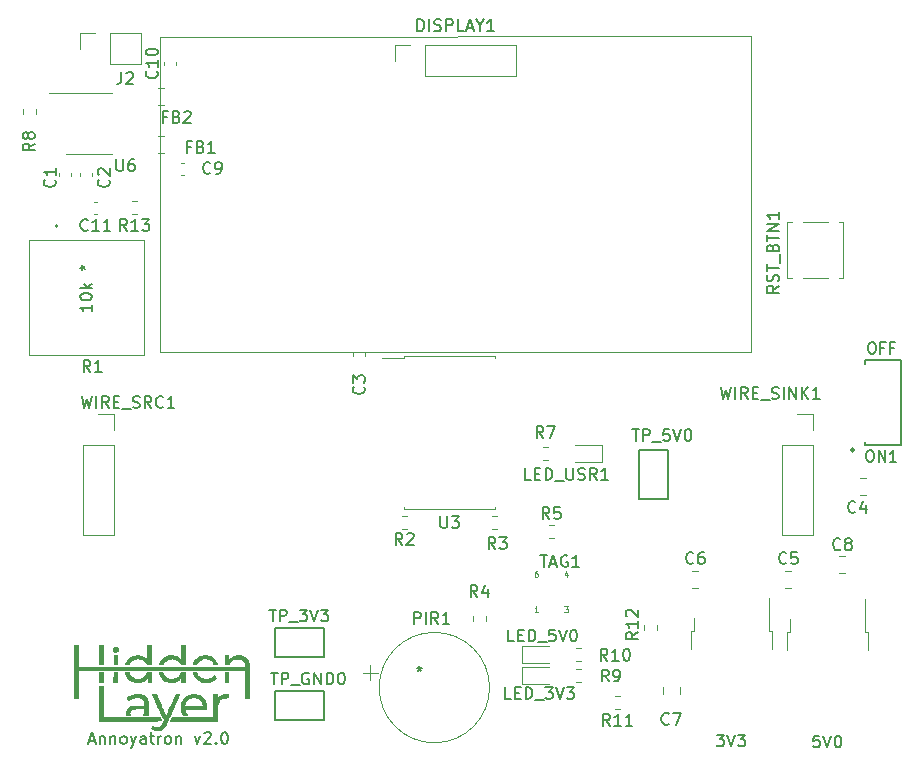
<source format=gto>
%TF.GenerationSoftware,KiCad,Pcbnew,(5.1.12)-1*%
%TF.CreationDate,2022-01-31T19:51:58-07:00*%
%TF.ProjectId,Annoyatron_v2,416e6e6f-7961-4747-926f-6e5f76322e6b,rev?*%
%TF.SameCoordinates,Original*%
%TF.FileFunction,Legend,Top*%
%TF.FilePolarity,Positive*%
%FSLAX46Y46*%
G04 Gerber Fmt 4.6, Leading zero omitted, Abs format (unit mm)*
G04 Created by KiCad (PCBNEW (5.1.12)-1) date 2022-01-31 19:51:58*
%MOMM*%
%LPD*%
G01*
G04 APERTURE LIST*
%ADD10C,0.150000*%
%ADD11C,0.120000*%
%ADD12C,0.010000*%
%ADD13C,0.127000*%
%ADD14C,0.200000*%
%ADD15C,0.080000*%
G04 APERTURE END LIST*
D10*
X105117047Y-121070666D02*
X105593238Y-121070666D01*
X105021809Y-121356380D02*
X105355142Y-120356380D01*
X105688476Y-121356380D01*
X106021809Y-120689714D02*
X106021809Y-121356380D01*
X106021809Y-120784952D02*
X106069428Y-120737333D01*
X106164666Y-120689714D01*
X106307523Y-120689714D01*
X106402761Y-120737333D01*
X106450380Y-120832571D01*
X106450380Y-121356380D01*
X106926571Y-120689714D02*
X106926571Y-121356380D01*
X106926571Y-120784952D02*
X106974190Y-120737333D01*
X107069428Y-120689714D01*
X107212285Y-120689714D01*
X107307523Y-120737333D01*
X107355142Y-120832571D01*
X107355142Y-121356380D01*
X107974190Y-121356380D02*
X107878952Y-121308761D01*
X107831333Y-121261142D01*
X107783714Y-121165904D01*
X107783714Y-120880190D01*
X107831333Y-120784952D01*
X107878952Y-120737333D01*
X107974190Y-120689714D01*
X108117047Y-120689714D01*
X108212285Y-120737333D01*
X108259904Y-120784952D01*
X108307523Y-120880190D01*
X108307523Y-121165904D01*
X108259904Y-121261142D01*
X108212285Y-121308761D01*
X108117047Y-121356380D01*
X107974190Y-121356380D01*
X108640857Y-120689714D02*
X108878952Y-121356380D01*
X109117047Y-120689714D02*
X108878952Y-121356380D01*
X108783714Y-121594476D01*
X108736095Y-121642095D01*
X108640857Y-121689714D01*
X109926571Y-121356380D02*
X109926571Y-120832571D01*
X109878952Y-120737333D01*
X109783714Y-120689714D01*
X109593238Y-120689714D01*
X109498000Y-120737333D01*
X109926571Y-121308761D02*
X109831333Y-121356380D01*
X109593238Y-121356380D01*
X109498000Y-121308761D01*
X109450380Y-121213523D01*
X109450380Y-121118285D01*
X109498000Y-121023047D01*
X109593238Y-120975428D01*
X109831333Y-120975428D01*
X109926571Y-120927809D01*
X110259904Y-120689714D02*
X110640857Y-120689714D01*
X110402761Y-120356380D02*
X110402761Y-121213523D01*
X110450380Y-121308761D01*
X110545619Y-121356380D01*
X110640857Y-121356380D01*
X110974190Y-121356380D02*
X110974190Y-120689714D01*
X110974190Y-120880190D02*
X111021809Y-120784952D01*
X111069428Y-120737333D01*
X111164666Y-120689714D01*
X111259904Y-120689714D01*
X111736095Y-121356380D02*
X111640857Y-121308761D01*
X111593238Y-121261142D01*
X111545619Y-121165904D01*
X111545619Y-120880190D01*
X111593238Y-120784952D01*
X111640857Y-120737333D01*
X111736095Y-120689714D01*
X111878952Y-120689714D01*
X111974190Y-120737333D01*
X112021809Y-120784952D01*
X112069428Y-120880190D01*
X112069428Y-121165904D01*
X112021809Y-121261142D01*
X111974190Y-121308761D01*
X111878952Y-121356380D01*
X111736095Y-121356380D01*
X112498000Y-120689714D02*
X112498000Y-121356380D01*
X112498000Y-120784952D02*
X112545619Y-120737333D01*
X112640857Y-120689714D01*
X112783714Y-120689714D01*
X112878952Y-120737333D01*
X112926571Y-120832571D01*
X112926571Y-121356380D01*
X114069428Y-120689714D02*
X114307523Y-121356380D01*
X114545619Y-120689714D01*
X114878952Y-120451619D02*
X114926571Y-120404000D01*
X115021809Y-120356380D01*
X115259904Y-120356380D01*
X115355142Y-120404000D01*
X115402761Y-120451619D01*
X115450380Y-120546857D01*
X115450380Y-120642095D01*
X115402761Y-120784952D01*
X114831333Y-121356380D01*
X115450380Y-121356380D01*
X115878952Y-121261142D02*
X115926571Y-121308761D01*
X115878952Y-121356380D01*
X115831333Y-121308761D01*
X115878952Y-121261142D01*
X115878952Y-121356380D01*
X116545619Y-120356380D02*
X116640857Y-120356380D01*
X116736095Y-120404000D01*
X116783714Y-120451619D01*
X116831333Y-120546857D01*
X116878952Y-120737333D01*
X116878952Y-120975428D01*
X116831333Y-121165904D01*
X116783714Y-121261142D01*
X116736095Y-121308761D01*
X116640857Y-121356380D01*
X116545619Y-121356380D01*
X116450380Y-121308761D01*
X116402761Y-121261142D01*
X116355142Y-121165904D01*
X116307523Y-120975428D01*
X116307523Y-120737333D01*
X116355142Y-120546857D01*
X116402761Y-120451619D01*
X116450380Y-120404000D01*
X116545619Y-120356380D01*
D11*
%TO.C,R1*%
X102489000Y-77533500D02*
G75*
G03*
X102489000Y-77533500I-127000J0D01*
G01*
X100025200Y-78676500D02*
X109804200Y-78676500D01*
X100025200Y-88455500D02*
X100025200Y-78676500D01*
X109804200Y-88455500D02*
X100025200Y-88455500D01*
X109804200Y-78676500D02*
X109804200Y-88455500D01*
D10*
%TO.C,TP_5V0*%
X151708000Y-100652000D02*
X151708000Y-96452000D01*
X151708000Y-96452000D02*
X154108000Y-96452000D01*
X154108000Y-96452000D02*
X154108000Y-100652000D01*
X154108000Y-100652000D02*
X151708000Y-100652000D01*
%TO.C,TP_GND0*%
X120836000Y-116910000D02*
X125036000Y-116910000D01*
X125036000Y-116910000D02*
X125036000Y-119310000D01*
X125036000Y-119310000D02*
X120836000Y-119310000D01*
X120836000Y-119310000D02*
X120836000Y-116910000D01*
%TO.C,TP_3V3*%
X120836000Y-111576000D02*
X125036000Y-111576000D01*
X125036000Y-111576000D02*
X125036000Y-113976000D01*
X125036000Y-113976000D02*
X120836000Y-113976000D01*
X120836000Y-113976000D02*
X120836000Y-111576000D01*
D11*
%TO.C,U6*%
X105156000Y-71368600D02*
X107106000Y-71368600D01*
X105156000Y-71368600D02*
X103206000Y-71368600D01*
X105156000Y-66248600D02*
X107106000Y-66248600D01*
X105156000Y-66248600D02*
X101706000Y-66248600D01*
%TO.C,R5*%
X144509258Y-103900500D02*
X144034742Y-103900500D01*
X144509258Y-102855500D02*
X144034742Y-102855500D01*
%TO.C,R3*%
X139208742Y-102093500D02*
X139683258Y-102093500D01*
X139208742Y-103138500D02*
X139683258Y-103138500D01*
%TO.C,R2*%
X132063258Y-103138500D02*
X131588742Y-103138500D01*
X132063258Y-102093500D02*
X131588742Y-102093500D01*
%TO.C,R12*%
X153176500Y-111268742D02*
X153176500Y-111743258D01*
X152131500Y-111268742D02*
X152131500Y-111743258D01*
%TO.C,R10*%
X146795258Y-114314500D02*
X146320742Y-114314500D01*
X146795258Y-113269500D02*
X146320742Y-113269500D01*
%TO.C,LED_5V0*%
X144056000Y-113057000D02*
X141771000Y-113057000D01*
X141771000Y-113057000D02*
X141771000Y-114527000D01*
X141771000Y-114527000D02*
X144056000Y-114527000D01*
%TO.C,C8*%
X168648748Y-105437000D02*
X169171252Y-105437000D01*
X168648748Y-106907000D02*
X169171252Y-106907000D01*
%TO.C,C6*%
X156725252Y-108177000D02*
X156202748Y-108177000D01*
X156725252Y-106707000D02*
X156202748Y-106707000D01*
%TO.C,5V0*%
X171089000Y-113413000D02*
X171089000Y-111913000D01*
X171089000Y-111913000D02*
X170819000Y-111913000D01*
X170819000Y-111913000D02*
X170819000Y-109083000D01*
X164189000Y-113413000D02*
X164189000Y-111913000D01*
X164189000Y-111913000D02*
X164459000Y-111913000D01*
X164459000Y-111913000D02*
X164459000Y-110813000D01*
%TO.C,R13*%
X108728742Y-75423500D02*
X109203258Y-75423500D01*
X108728742Y-76468500D02*
X109203258Y-76468500D01*
%TO.C,C11*%
X105804580Y-76456000D02*
X105523420Y-76456000D01*
X105804580Y-75436000D02*
X105523420Y-75436000D01*
%TO.C,R11*%
X149622742Y-117333500D02*
X150097258Y-117333500D01*
X149622742Y-118378500D02*
X150097258Y-118378500D01*
%TO.C,FB2*%
X111513252Y-67283000D02*
X110990748Y-67283000D01*
X111513252Y-65813000D02*
X110990748Y-65813000D01*
%TO.C,FB1*%
X111513252Y-71347000D02*
X110990748Y-71347000D01*
X111513252Y-69877000D02*
X110990748Y-69877000D01*
%TO.C,C10*%
X111504000Y-63894580D02*
X111504000Y-63613420D01*
X112524000Y-63894580D02*
X112524000Y-63613420D01*
%TO.C,C9*%
X112889420Y-72134000D02*
X113170580Y-72134000D01*
X112889420Y-73154000D02*
X113170580Y-73154000D01*
%TO.C,DISPLAY1*%
X133604000Y-64830000D02*
X133604000Y-62170000D01*
X133604000Y-64830000D02*
X141284000Y-64830000D01*
X141284000Y-64830000D02*
X141284000Y-62170000D01*
X133604000Y-62170000D02*
X141284000Y-62170000D01*
X131004000Y-62170000D02*
X132334000Y-62170000D01*
X131004000Y-63500000D02*
X131004000Y-62170000D01*
X111125000Y-61468000D02*
X161163000Y-61442600D01*
X161163000Y-61468000D02*
X161163000Y-88138000D01*
X111125000Y-61468000D02*
X111125000Y-88138000D01*
X111125000Y-88138000D02*
X161163000Y-88138000D01*
%TO.C,R9*%
X146795258Y-116092500D02*
X146320742Y-116092500D01*
X146795258Y-115047500D02*
X146320742Y-115047500D01*
%TO.C,LED_3V3*%
X144081500Y-114835000D02*
X141796500Y-114835000D01*
X141796500Y-114835000D02*
X141796500Y-116305000D01*
X141796500Y-116305000D02*
X144081500Y-116305000D01*
%TO.C,R8*%
X99553500Y-68055258D02*
X99553500Y-67580742D01*
X100598500Y-68055258D02*
X100598500Y-67580742D01*
%TO.C,R7*%
X143526742Y-96251500D02*
X144001258Y-96251500D01*
X143526742Y-97296500D02*
X144001258Y-97296500D01*
%TO.C,R4*%
X137653500Y-110981258D02*
X137653500Y-110506742D01*
X138698500Y-110981258D02*
X138698500Y-110506742D01*
%TO.C,LED_USR1*%
X146266000Y-97509000D02*
X148551000Y-97509000D01*
X148551000Y-97509000D02*
X148551000Y-96039000D01*
X148551000Y-96039000D02*
X146266000Y-96039000D01*
%TO.C,C4*%
X170426748Y-98833000D02*
X170949252Y-98833000D01*
X170426748Y-100303000D02*
X170949252Y-100303000D01*
%TO.C,C3*%
X128526000Y-88251420D02*
X128526000Y-88532580D01*
X127506000Y-88251420D02*
X127506000Y-88532580D01*
%TO.C,C2*%
X105412000Y-73011420D02*
X105412000Y-73292580D01*
X104392000Y-73011420D02*
X104392000Y-73292580D01*
%TO.C,C1*%
X103634000Y-73011420D02*
X103634000Y-73292580D01*
X102614000Y-73011420D02*
X102614000Y-73292580D01*
%TO.C,C7*%
X153697000Y-117101252D02*
X153697000Y-116578748D01*
X155167000Y-117101252D02*
X155167000Y-116578748D01*
%TO.C,C5*%
X164599252Y-108177000D02*
X164076748Y-108177000D01*
X164599252Y-106707000D02*
X164076748Y-106707000D01*
%TO.C,WIRE_SINK1*%
X163770000Y-96012000D02*
X166430000Y-96012000D01*
X163770000Y-96012000D02*
X163770000Y-103692000D01*
X163770000Y-103692000D02*
X166430000Y-103692000D01*
X166430000Y-96012000D02*
X166430000Y-103692000D01*
X166430000Y-93412000D02*
X166430000Y-94742000D01*
X165100000Y-93412000D02*
X166430000Y-93412000D01*
%TO.C,WIRE_SRC1*%
X104588000Y-96012000D02*
X107248000Y-96012000D01*
X104588000Y-96012000D02*
X104588000Y-103692000D01*
X104588000Y-103692000D02*
X107248000Y-103692000D01*
X107248000Y-96012000D02*
X107248000Y-103692000D01*
X107248000Y-93412000D02*
X107248000Y-94742000D01*
X105918000Y-93412000D02*
X107248000Y-93412000D01*
%TO.C,PIR1*%
X128291999Y-115316000D02*
X129561999Y-115316000D01*
X128926999Y-114681000D02*
X128926999Y-115951000D01*
X139043001Y-116586000D02*
G75*
G03*
X139043001Y-116586000I-4677001J0D01*
G01*
%TO.C,U3*%
X135636000Y-101506000D02*
X139496000Y-101506000D01*
X139496000Y-101506000D02*
X139496000Y-101271000D01*
X135636000Y-101506000D02*
X131776000Y-101506000D01*
X131776000Y-101506000D02*
X131776000Y-101271000D01*
X135636000Y-88486000D02*
X139496000Y-88486000D01*
X139496000Y-88486000D02*
X139496000Y-88721000D01*
X135636000Y-88486000D02*
X131776000Y-88486000D01*
X131776000Y-88486000D02*
X131776000Y-88721000D01*
X131776000Y-88721000D02*
X129961000Y-88721000D01*
D12*
%TO.C,G1*%
G36*
X110632195Y-117147584D02*
G01*
X110787090Y-117151150D01*
X111195624Y-118064578D01*
X111259980Y-118208362D01*
X111321498Y-118345605D01*
X111379371Y-118474512D01*
X111432789Y-118593292D01*
X111480943Y-118700152D01*
X111523025Y-118793301D01*
X111558225Y-118870945D01*
X111585734Y-118931293D01*
X111604744Y-118972551D01*
X111614446Y-118992929D01*
X111615404Y-118994678D01*
X111622271Y-118987910D01*
X111638058Y-118960149D01*
X111662894Y-118911115D01*
X111696913Y-118840526D01*
X111740244Y-118748104D01*
X111793018Y-118633566D01*
X111855368Y-118496632D01*
X111927423Y-118337021D01*
X112009315Y-118154454D01*
X112042036Y-118081250D01*
X112457422Y-117151150D01*
X112604011Y-117147571D01*
X112666452Y-117147035D01*
X112714134Y-117148626D01*
X112743243Y-117152125D01*
X112750600Y-117156020D01*
X112745537Y-117168981D01*
X112730885Y-117203318D01*
X112707447Y-117257229D01*
X112676025Y-117328915D01*
X112637423Y-117416574D01*
X112592443Y-117518404D01*
X112541888Y-117632606D01*
X112486562Y-117757378D01*
X112427266Y-117890918D01*
X112364805Y-118031428D01*
X112299981Y-118177104D01*
X112233597Y-118326147D01*
X112166455Y-118476755D01*
X112099360Y-118627128D01*
X112033113Y-118775464D01*
X111968518Y-118919963D01*
X111906378Y-119058824D01*
X111847495Y-119190245D01*
X111792673Y-119312426D01*
X111742714Y-119423566D01*
X111698422Y-119521864D01*
X111660599Y-119605518D01*
X111630048Y-119672729D01*
X111607573Y-119721695D01*
X111593976Y-119750615D01*
X111592275Y-119754069D01*
X111514816Y-119886840D01*
X111426642Y-119997750D01*
X111328340Y-120086233D01*
X111220494Y-120151724D01*
X111151800Y-120179628D01*
X111087904Y-120194570D01*
X111006796Y-120203868D01*
X110916016Y-120207567D01*
X110823108Y-120205709D01*
X110735612Y-120198339D01*
X110661072Y-120185500D01*
X110629700Y-120176597D01*
X110519802Y-120129653D01*
X110421549Y-120069356D01*
X110395725Y-120049384D01*
X110358601Y-120018963D01*
X110426016Y-119909031D01*
X110455079Y-119863030D01*
X110479789Y-119826486D01*
X110496937Y-119804005D01*
X110502669Y-119799100D01*
X110517114Y-119806450D01*
X110543691Y-119825194D01*
X110561278Y-119838921D01*
X110629706Y-119887110D01*
X110699085Y-119919750D01*
X110776868Y-119939388D01*
X110870506Y-119948572D01*
X110883700Y-119949112D01*
X110943960Y-119950920D01*
X110986282Y-119950334D01*
X111018103Y-119946046D01*
X111046859Y-119936749D01*
X111079989Y-119921136D01*
X111099185Y-119911246D01*
X111154499Y-119877534D01*
X111204570Y-119835338D01*
X111251482Y-119781739D01*
X111297317Y-119713820D01*
X111344159Y-119628664D01*
X111394091Y-119523354D01*
X111422427Y-119458589D01*
X111465617Y-119357681D01*
X111353845Y-119118015D01*
X111326725Y-119059387D01*
X111292360Y-118984329D01*
X111251664Y-118894890D01*
X111205554Y-118793117D01*
X111154943Y-118681058D01*
X111100747Y-118560760D01*
X111043880Y-118434270D01*
X110985258Y-118303638D01*
X110925794Y-118170909D01*
X110866405Y-118038133D01*
X110808005Y-117907355D01*
X110751509Y-117780625D01*
X110697832Y-117659989D01*
X110647888Y-117547496D01*
X110602593Y-117445192D01*
X110562862Y-117355126D01*
X110529609Y-117279345D01*
X110503749Y-117219897D01*
X110486197Y-117178830D01*
X110477868Y-117158190D01*
X110477300Y-117156207D01*
X110489424Y-117151298D01*
X110523591Y-117148155D01*
X110576495Y-117146962D01*
X110632195Y-117147584D01*
G37*
X110632195Y-117147584D02*
X110787090Y-117151150D01*
X111195624Y-118064578D01*
X111259980Y-118208362D01*
X111321498Y-118345605D01*
X111379371Y-118474512D01*
X111432789Y-118593292D01*
X111480943Y-118700152D01*
X111523025Y-118793301D01*
X111558225Y-118870945D01*
X111585734Y-118931293D01*
X111604744Y-118972551D01*
X111614446Y-118992929D01*
X111615404Y-118994678D01*
X111622271Y-118987910D01*
X111638058Y-118960149D01*
X111662894Y-118911115D01*
X111696913Y-118840526D01*
X111740244Y-118748104D01*
X111793018Y-118633566D01*
X111855368Y-118496632D01*
X111927423Y-118337021D01*
X112009315Y-118154454D01*
X112042036Y-118081250D01*
X112457422Y-117151150D01*
X112604011Y-117147571D01*
X112666452Y-117147035D01*
X112714134Y-117148626D01*
X112743243Y-117152125D01*
X112750600Y-117156020D01*
X112745537Y-117168981D01*
X112730885Y-117203318D01*
X112707447Y-117257229D01*
X112676025Y-117328915D01*
X112637423Y-117416574D01*
X112592443Y-117518404D01*
X112541888Y-117632606D01*
X112486562Y-117757378D01*
X112427266Y-117890918D01*
X112364805Y-118031428D01*
X112299981Y-118177104D01*
X112233597Y-118326147D01*
X112166455Y-118476755D01*
X112099360Y-118627128D01*
X112033113Y-118775464D01*
X111968518Y-118919963D01*
X111906378Y-119058824D01*
X111847495Y-119190245D01*
X111792673Y-119312426D01*
X111742714Y-119423566D01*
X111698422Y-119521864D01*
X111660599Y-119605518D01*
X111630048Y-119672729D01*
X111607573Y-119721695D01*
X111593976Y-119750615D01*
X111592275Y-119754069D01*
X111514816Y-119886840D01*
X111426642Y-119997750D01*
X111328340Y-120086233D01*
X111220494Y-120151724D01*
X111151800Y-120179628D01*
X111087904Y-120194570D01*
X111006796Y-120203868D01*
X110916016Y-120207567D01*
X110823108Y-120205709D01*
X110735612Y-120198339D01*
X110661072Y-120185500D01*
X110629700Y-120176597D01*
X110519802Y-120129653D01*
X110421549Y-120069356D01*
X110395725Y-120049384D01*
X110358601Y-120018963D01*
X110426016Y-119909031D01*
X110455079Y-119863030D01*
X110479789Y-119826486D01*
X110496937Y-119804005D01*
X110502669Y-119799100D01*
X110517114Y-119806450D01*
X110543691Y-119825194D01*
X110561278Y-119838921D01*
X110629706Y-119887110D01*
X110699085Y-119919750D01*
X110776868Y-119939388D01*
X110870506Y-119948572D01*
X110883700Y-119949112D01*
X110943960Y-119950920D01*
X110986282Y-119950334D01*
X111018103Y-119946046D01*
X111046859Y-119936749D01*
X111079989Y-119921136D01*
X111099185Y-119911246D01*
X111154499Y-119877534D01*
X111204570Y-119835338D01*
X111251482Y-119781739D01*
X111297317Y-119713820D01*
X111344159Y-119628664D01*
X111394091Y-119523354D01*
X111422427Y-119458589D01*
X111465617Y-119357681D01*
X111353845Y-119118015D01*
X111326725Y-119059387D01*
X111292360Y-118984329D01*
X111251664Y-118894890D01*
X111205554Y-118793117D01*
X111154943Y-118681058D01*
X111100747Y-118560760D01*
X111043880Y-118434270D01*
X110985258Y-118303638D01*
X110925794Y-118170909D01*
X110866405Y-118038133D01*
X110808005Y-117907355D01*
X110751509Y-117780625D01*
X110697832Y-117659989D01*
X110647888Y-117547496D01*
X110602593Y-117445192D01*
X110562862Y-117355126D01*
X110529609Y-117279345D01*
X110503749Y-117219897D01*
X110486197Y-117178830D01*
X110477868Y-117158190D01*
X110477300Y-117156207D01*
X110489424Y-117151298D01*
X110523591Y-117148155D01*
X110576495Y-117146962D01*
X110632195Y-117147584D01*
G36*
X106311700Y-119062500D02*
G01*
X111095706Y-119062500D01*
X111164328Y-119210245D01*
X111190522Y-119266784D01*
X111212796Y-119315124D01*
X111228974Y-119350525D01*
X111236880Y-119368247D01*
X111237183Y-119368995D01*
X111225100Y-119370105D01*
X111188720Y-119371180D01*
X111129145Y-119372216D01*
X111047480Y-119373208D01*
X110944827Y-119374151D01*
X110822288Y-119375040D01*
X110680968Y-119375872D01*
X110521968Y-119376641D01*
X110346392Y-119377343D01*
X110155342Y-119377974D01*
X109949922Y-119378527D01*
X109731235Y-119379000D01*
X109500384Y-119379387D01*
X109258471Y-119379684D01*
X109006600Y-119379885D01*
X108745873Y-119379987D01*
X108617808Y-119380000D01*
X105994200Y-119380000D01*
X105994200Y-116420900D01*
X106311700Y-116420900D01*
X106311700Y-119062500D01*
G37*
X106311700Y-119062500D02*
X111095706Y-119062500D01*
X111164328Y-119210245D01*
X111190522Y-119266784D01*
X111212796Y-119315124D01*
X111228974Y-119350525D01*
X111236880Y-119368247D01*
X111237183Y-119368995D01*
X111225100Y-119370105D01*
X111188720Y-119371180D01*
X111129145Y-119372216D01*
X111047480Y-119373208D01*
X110944827Y-119374151D01*
X110822288Y-119375040D01*
X110680968Y-119375872D01*
X110521968Y-119376641D01*
X110346392Y-119377343D01*
X110155342Y-119377974D01*
X109949922Y-119378527D01*
X109731235Y-119379000D01*
X109500384Y-119379387D01*
X109258471Y-119379684D01*
X109006600Y-119379885D01*
X108745873Y-119379987D01*
X108617808Y-119380000D01*
X105994200Y-119380000D01*
X105994200Y-116420900D01*
X106311700Y-116420900D01*
X106311700Y-119062500D01*
G36*
X116916200Y-117424200D02*
G01*
X116779675Y-117424643D01*
X116620720Y-117433617D01*
X116480285Y-117459693D01*
X116357777Y-117503241D01*
X116252605Y-117564631D01*
X116164177Y-117644233D01*
X116091901Y-117742418D01*
X116035186Y-117859556D01*
X116020760Y-117899513D01*
X116008449Y-117939499D01*
X115998011Y-117981821D01*
X115989298Y-118028846D01*
X115982162Y-118082944D01*
X115976457Y-118146482D01*
X115972035Y-118221828D01*
X115968748Y-118311350D01*
X115966451Y-118417416D01*
X115964994Y-118542395D01*
X115964231Y-118688653D01*
X115964027Y-118811675D01*
X115963700Y-119380000D01*
X113976150Y-119380000D01*
X113753578Y-119379967D01*
X113538010Y-119379871D01*
X113330805Y-119379716D01*
X113133322Y-119379505D01*
X112946920Y-119379241D01*
X112772958Y-119378929D01*
X112612795Y-119378571D01*
X112467791Y-119378172D01*
X112339304Y-119377734D01*
X112228694Y-119377262D01*
X112137320Y-119376760D01*
X112066541Y-119376229D01*
X112017716Y-119375675D01*
X111992204Y-119375101D01*
X111988600Y-119374786D01*
X111993628Y-119361960D01*
X112007383Y-119330573D01*
X112027872Y-119285088D01*
X112053100Y-119229970D01*
X112058065Y-119219211D01*
X112127530Y-119068850D01*
X113893134Y-119065630D01*
X115658739Y-119062411D01*
X115661994Y-118106780D01*
X115665250Y-117151150D01*
X115951000Y-117143968D01*
X115951000Y-117578727D01*
X116014790Y-117483353D01*
X116076166Y-117401910D01*
X116143776Y-117333720D01*
X116220368Y-117277571D01*
X116308688Y-117232252D01*
X116411485Y-117196549D01*
X116531504Y-117169252D01*
X116671493Y-117149148D01*
X116798725Y-117137502D01*
X116916200Y-117128823D01*
X116916200Y-117424200D01*
G37*
X116916200Y-117424200D02*
X116779675Y-117424643D01*
X116620720Y-117433617D01*
X116480285Y-117459693D01*
X116357777Y-117503241D01*
X116252605Y-117564631D01*
X116164177Y-117644233D01*
X116091901Y-117742418D01*
X116035186Y-117859556D01*
X116020760Y-117899513D01*
X116008449Y-117939499D01*
X115998011Y-117981821D01*
X115989298Y-118028846D01*
X115982162Y-118082944D01*
X115976457Y-118146482D01*
X115972035Y-118221828D01*
X115968748Y-118311350D01*
X115966451Y-118417416D01*
X115964994Y-118542395D01*
X115964231Y-118688653D01*
X115964027Y-118811675D01*
X115963700Y-119380000D01*
X113976150Y-119380000D01*
X113753578Y-119379967D01*
X113538010Y-119379871D01*
X113330805Y-119379716D01*
X113133322Y-119379505D01*
X112946920Y-119379241D01*
X112772958Y-119378929D01*
X112612795Y-119378571D01*
X112467791Y-119378172D01*
X112339304Y-119377734D01*
X112228694Y-119377262D01*
X112137320Y-119376760D01*
X112066541Y-119376229D01*
X112017716Y-119375675D01*
X111992204Y-119375101D01*
X111988600Y-119374786D01*
X111993628Y-119361960D01*
X112007383Y-119330573D01*
X112027872Y-119285088D01*
X112053100Y-119229970D01*
X112058065Y-119219211D01*
X112127530Y-119068850D01*
X113893134Y-119065630D01*
X115658739Y-119062411D01*
X115661994Y-118106780D01*
X115665250Y-117151150D01*
X115951000Y-117143968D01*
X115951000Y-117578727D01*
X116014790Y-117483353D01*
X116076166Y-117401910D01*
X116143776Y-117333720D01*
X116220368Y-117277571D01*
X116308688Y-117232252D01*
X116411485Y-117196549D01*
X116531504Y-117169252D01*
X116671493Y-117149148D01*
X116798725Y-117137502D01*
X116916200Y-117128823D01*
X116916200Y-117424200D01*
G36*
X109348706Y-117141144D02*
G01*
X109500139Y-117162604D01*
X109505750Y-117163768D01*
X109628719Y-117200848D01*
X109743934Y-117257422D01*
X109847561Y-117330622D01*
X109935768Y-117417579D01*
X110004722Y-117515424D01*
X110023356Y-117551200D01*
X110044362Y-117596811D01*
X110061878Y-117639311D01*
X110076221Y-117681520D01*
X110087709Y-117726258D01*
X110096659Y-117776345D01*
X110103388Y-117834601D01*
X110108215Y-117903847D01*
X110111457Y-117986903D01*
X110113430Y-118086590D01*
X110114454Y-118205727D01*
X110114845Y-118347135D01*
X110114863Y-118364000D01*
X110115350Y-118878350D01*
X109921675Y-118881855D01*
X109835876Y-118882542D01*
X109774896Y-118881056D01*
X109738903Y-118877404D01*
X109728000Y-118872078D01*
X109734188Y-118853803D01*
X109749720Y-118823773D01*
X109757024Y-118811422D01*
X109780572Y-118770979D01*
X109797016Y-118735431D01*
X109807612Y-118698699D01*
X109813620Y-118654709D01*
X109816296Y-118597382D01*
X109816900Y-118522152D01*
X109816900Y-118351300D01*
X109394625Y-118351520D01*
X109261635Y-118351917D01*
X109151085Y-118353160D01*
X109060020Y-118355554D01*
X108985487Y-118359407D01*
X108924531Y-118365024D01*
X108874196Y-118372710D01*
X108831530Y-118382772D01*
X108793578Y-118395516D01*
X108757385Y-118411248D01*
X108741279Y-118419184D01*
X108663806Y-118471848D01*
X108604821Y-118540401D01*
X108566077Y-118621629D01*
X108549323Y-118712316D01*
X108550513Y-118769487D01*
X108555834Y-118813068D01*
X108562235Y-118848642D01*
X108566131Y-118862475D01*
X108567965Y-118871813D01*
X108562035Y-118878105D01*
X108544459Y-118881942D01*
X108511355Y-118883920D01*
X108458840Y-118884632D01*
X108420860Y-118884700D01*
X108349778Y-118883863D01*
X108301379Y-118881176D01*
X108272995Y-118876373D01*
X108261959Y-118869186D01*
X108261834Y-118868825D01*
X108249408Y-118797152D01*
X108249745Y-118712307D01*
X108261901Y-118622502D01*
X108284931Y-118535949D01*
X108306149Y-118483499D01*
X108367423Y-118383993D01*
X108448951Y-118299815D01*
X108550733Y-118230965D01*
X108672768Y-118177443D01*
X108735084Y-118158141D01*
X108761942Y-118151202D01*
X108789061Y-118145505D01*
X108819334Y-118140892D01*
X108855649Y-118137203D01*
X108900898Y-118134281D01*
X108957972Y-118131967D01*
X109029761Y-118130101D01*
X109119156Y-118128526D01*
X109229048Y-118127082D01*
X109319183Y-118126070D01*
X109445368Y-118124591D01*
X109548424Y-118123068D01*
X109630623Y-118121391D01*
X109694235Y-118119448D01*
X109741531Y-118117130D01*
X109774782Y-118114326D01*
X109796259Y-118110925D01*
X109808234Y-118106819D01*
X109812913Y-118102071D01*
X109816017Y-118076304D01*
X109814833Y-118031763D01*
X109810122Y-117974567D01*
X109802649Y-117910835D01*
X109793176Y-117846685D01*
X109782467Y-117788236D01*
X109771283Y-117741607D01*
X109765899Y-117725029D01*
X109719522Y-117636585D01*
X109651683Y-117558878D01*
X109564786Y-117493949D01*
X109461234Y-117443838D01*
X109416850Y-117428750D01*
X109357702Y-117416511D01*
X109280930Y-117408823D01*
X109193902Y-117405693D01*
X109103984Y-117407132D01*
X109018543Y-117413147D01*
X108944947Y-117423748D01*
X108924886Y-117428162D01*
X108779979Y-117472756D01*
X108643260Y-117532378D01*
X108542319Y-117590566D01*
X108498339Y-117617716D01*
X108462152Y-117636850D01*
X108438885Y-117645416D01*
X108433473Y-117644721D01*
X108422970Y-117629453D01*
X108403089Y-117597968D01*
X108377371Y-117555920D01*
X108365351Y-117535919D01*
X108306869Y-117438089D01*
X108343908Y-117406923D01*
X108451866Y-117330592D01*
X108578749Y-117265571D01*
X108720319Y-117212745D01*
X108872338Y-117173003D01*
X109030567Y-117147231D01*
X109190769Y-117136316D01*
X109348706Y-117141144D01*
G37*
X109348706Y-117141144D02*
X109500139Y-117162604D01*
X109505750Y-117163768D01*
X109628719Y-117200848D01*
X109743934Y-117257422D01*
X109847561Y-117330622D01*
X109935768Y-117417579D01*
X110004722Y-117515424D01*
X110023356Y-117551200D01*
X110044362Y-117596811D01*
X110061878Y-117639311D01*
X110076221Y-117681520D01*
X110087709Y-117726258D01*
X110096659Y-117776345D01*
X110103388Y-117834601D01*
X110108215Y-117903847D01*
X110111457Y-117986903D01*
X110113430Y-118086590D01*
X110114454Y-118205727D01*
X110114845Y-118347135D01*
X110114863Y-118364000D01*
X110115350Y-118878350D01*
X109921675Y-118881855D01*
X109835876Y-118882542D01*
X109774896Y-118881056D01*
X109738903Y-118877404D01*
X109728000Y-118872078D01*
X109734188Y-118853803D01*
X109749720Y-118823773D01*
X109757024Y-118811422D01*
X109780572Y-118770979D01*
X109797016Y-118735431D01*
X109807612Y-118698699D01*
X109813620Y-118654709D01*
X109816296Y-118597382D01*
X109816900Y-118522152D01*
X109816900Y-118351300D01*
X109394625Y-118351520D01*
X109261635Y-118351917D01*
X109151085Y-118353160D01*
X109060020Y-118355554D01*
X108985487Y-118359407D01*
X108924531Y-118365024D01*
X108874196Y-118372710D01*
X108831530Y-118382772D01*
X108793578Y-118395516D01*
X108757385Y-118411248D01*
X108741279Y-118419184D01*
X108663806Y-118471848D01*
X108604821Y-118540401D01*
X108566077Y-118621629D01*
X108549323Y-118712316D01*
X108550513Y-118769487D01*
X108555834Y-118813068D01*
X108562235Y-118848642D01*
X108566131Y-118862475D01*
X108567965Y-118871813D01*
X108562035Y-118878105D01*
X108544459Y-118881942D01*
X108511355Y-118883920D01*
X108458840Y-118884632D01*
X108420860Y-118884700D01*
X108349778Y-118883863D01*
X108301379Y-118881176D01*
X108272995Y-118876373D01*
X108261959Y-118869186D01*
X108261834Y-118868825D01*
X108249408Y-118797152D01*
X108249745Y-118712307D01*
X108261901Y-118622502D01*
X108284931Y-118535949D01*
X108306149Y-118483499D01*
X108367423Y-118383993D01*
X108448951Y-118299815D01*
X108550733Y-118230965D01*
X108672768Y-118177443D01*
X108735084Y-118158141D01*
X108761942Y-118151202D01*
X108789061Y-118145505D01*
X108819334Y-118140892D01*
X108855649Y-118137203D01*
X108900898Y-118134281D01*
X108957972Y-118131967D01*
X109029761Y-118130101D01*
X109119156Y-118128526D01*
X109229048Y-118127082D01*
X109319183Y-118126070D01*
X109445368Y-118124591D01*
X109548424Y-118123068D01*
X109630623Y-118121391D01*
X109694235Y-118119448D01*
X109741531Y-118117130D01*
X109774782Y-118114326D01*
X109796259Y-118110925D01*
X109808234Y-118106819D01*
X109812913Y-118102071D01*
X109816017Y-118076304D01*
X109814833Y-118031763D01*
X109810122Y-117974567D01*
X109802649Y-117910835D01*
X109793176Y-117846685D01*
X109782467Y-117788236D01*
X109771283Y-117741607D01*
X109765899Y-117725029D01*
X109719522Y-117636585D01*
X109651683Y-117558878D01*
X109564786Y-117493949D01*
X109461234Y-117443838D01*
X109416850Y-117428750D01*
X109357702Y-117416511D01*
X109280930Y-117408823D01*
X109193902Y-117405693D01*
X109103984Y-117407132D01*
X109018543Y-117413147D01*
X108944947Y-117423748D01*
X108924886Y-117428162D01*
X108779979Y-117472756D01*
X108643260Y-117532378D01*
X108542319Y-117590566D01*
X108498339Y-117617716D01*
X108462152Y-117636850D01*
X108438885Y-117645416D01*
X108433473Y-117644721D01*
X108422970Y-117629453D01*
X108403089Y-117597968D01*
X108377371Y-117555920D01*
X108365351Y-117535919D01*
X108306869Y-117438089D01*
X108343908Y-117406923D01*
X108451866Y-117330592D01*
X108578749Y-117265571D01*
X108720319Y-117212745D01*
X108872338Y-117173003D01*
X109030567Y-117147231D01*
X109190769Y-117136316D01*
X109348706Y-117141144D01*
G36*
X114032161Y-117148527D02*
G01*
X114134502Y-117154601D01*
X114219228Y-117164963D01*
X114293995Y-117181364D01*
X114366462Y-117205558D01*
X114444286Y-117239297D01*
X114458750Y-117246180D01*
X114597102Y-117325212D01*
X114717024Y-117420888D01*
X114819932Y-117534627D01*
X114907248Y-117667845D01*
X114936032Y-117722650D01*
X114986398Y-117836229D01*
X115021895Y-117946119D01*
X115044763Y-118061219D01*
X115057240Y-118190432D01*
X115058200Y-118208425D01*
X115065860Y-118364000D01*
X113196696Y-118364000D01*
X113203591Y-118411625D01*
X113226927Y-118524433D01*
X113262495Y-118632684D01*
X113307669Y-118729880D01*
X113359824Y-118809522D01*
X113368652Y-118820214D01*
X113392760Y-118849723D01*
X113408098Y-118871080D01*
X113411000Y-118877193D01*
X113399061Y-118879904D01*
X113366291Y-118882179D01*
X113317255Y-118883823D01*
X113256520Y-118884643D01*
X113234969Y-118884700D01*
X113058938Y-118884700D01*
X113020625Y-118811675D01*
X112968356Y-118697006D01*
X112931595Y-118579501D01*
X112909040Y-118453215D01*
X112899387Y-118312203D01*
X112898821Y-118256050D01*
X112906924Y-118135400D01*
X113198945Y-118135400D01*
X113984422Y-118135400D01*
X114165625Y-118135220D01*
X114321971Y-118134677D01*
X114454003Y-118133760D01*
X114562261Y-118132461D01*
X114647288Y-118130770D01*
X114709625Y-118128677D01*
X114749812Y-118126175D01*
X114768392Y-118123252D01*
X114769900Y-118122032D01*
X114765353Y-118084483D01*
X114753178Y-118030997D01*
X114735574Y-117969056D01*
X114714740Y-117906145D01*
X114692873Y-117849748D01*
X114684287Y-117830600D01*
X114654503Y-117774597D01*
X114618935Y-117723249D01*
X114571919Y-117668965D01*
X114536296Y-117632266D01*
X114440491Y-117547002D01*
X114343537Y-117483865D01*
X114240545Y-117440869D01*
X114126626Y-117416027D01*
X113996891Y-117407354D01*
X113982500Y-117407300D01*
X113847461Y-117415616D01*
X113727996Y-117441299D01*
X113619689Y-117486047D01*
X113518125Y-117551557D01*
X113445473Y-117613681D01*
X113352135Y-117718061D01*
X113281008Y-117834643D01*
X113231877Y-117963841D01*
X113210169Y-118063822D01*
X113198945Y-118135400D01*
X112906924Y-118135400D01*
X112910575Y-118081053D01*
X112944121Y-117916414D01*
X112998588Y-117763507D01*
X113073106Y-117623704D01*
X113166804Y-117498380D01*
X113278812Y-117388908D01*
X113408259Y-117296661D01*
X113553361Y-117223393D01*
X113656678Y-117186171D01*
X113759648Y-117161851D01*
X113869601Y-117149287D01*
X113993871Y-117147332D01*
X114032161Y-117148527D01*
G37*
X114032161Y-117148527D02*
X114134502Y-117154601D01*
X114219228Y-117164963D01*
X114293995Y-117181364D01*
X114366462Y-117205558D01*
X114444286Y-117239297D01*
X114458750Y-117246180D01*
X114597102Y-117325212D01*
X114717024Y-117420888D01*
X114819932Y-117534627D01*
X114907248Y-117667845D01*
X114936032Y-117722650D01*
X114986398Y-117836229D01*
X115021895Y-117946119D01*
X115044763Y-118061219D01*
X115057240Y-118190432D01*
X115058200Y-118208425D01*
X115065860Y-118364000D01*
X113196696Y-118364000D01*
X113203591Y-118411625D01*
X113226927Y-118524433D01*
X113262495Y-118632684D01*
X113307669Y-118729880D01*
X113359824Y-118809522D01*
X113368652Y-118820214D01*
X113392760Y-118849723D01*
X113408098Y-118871080D01*
X113411000Y-118877193D01*
X113399061Y-118879904D01*
X113366291Y-118882179D01*
X113317255Y-118883823D01*
X113256520Y-118884643D01*
X113234969Y-118884700D01*
X113058938Y-118884700D01*
X113020625Y-118811675D01*
X112968356Y-118697006D01*
X112931595Y-118579501D01*
X112909040Y-118453215D01*
X112899387Y-118312203D01*
X112898821Y-118256050D01*
X112906924Y-118135400D01*
X113198945Y-118135400D01*
X113984422Y-118135400D01*
X114165625Y-118135220D01*
X114321971Y-118134677D01*
X114454003Y-118133760D01*
X114562261Y-118132461D01*
X114647288Y-118130770D01*
X114709625Y-118128677D01*
X114749812Y-118126175D01*
X114768392Y-118123252D01*
X114769900Y-118122032D01*
X114765353Y-118084483D01*
X114753178Y-118030997D01*
X114735574Y-117969056D01*
X114714740Y-117906145D01*
X114692873Y-117849748D01*
X114684287Y-117830600D01*
X114654503Y-117774597D01*
X114618935Y-117723249D01*
X114571919Y-117668965D01*
X114536296Y-117632266D01*
X114440491Y-117547002D01*
X114343537Y-117483865D01*
X114240545Y-117440869D01*
X114126626Y-117416027D01*
X113996891Y-117407354D01*
X113982500Y-117407300D01*
X113847461Y-117415616D01*
X113727996Y-117441299D01*
X113619689Y-117486047D01*
X113518125Y-117551557D01*
X113445473Y-117613681D01*
X113352135Y-117718061D01*
X113281008Y-117834643D01*
X113231877Y-117963841D01*
X113210169Y-118063822D01*
X113198945Y-118135400D01*
X112906924Y-118135400D01*
X112910575Y-118081053D01*
X112944121Y-117916414D01*
X112998588Y-117763507D01*
X113073106Y-117623704D01*
X113166804Y-117498380D01*
X113278812Y-117388908D01*
X113408259Y-117296661D01*
X113553361Y-117223393D01*
X113656678Y-117186171D01*
X113759648Y-117161851D01*
X113869601Y-117149287D01*
X113993871Y-117147332D01*
X114032161Y-117148527D01*
G36*
X104152700Y-114846100D02*
G01*
X118363676Y-114846100D01*
X118356642Y-114747675D01*
X118341157Y-114619403D01*
X118313687Y-114510665D01*
X118272867Y-114417920D01*
X118217330Y-114337628D01*
X118184609Y-114302037D01*
X118095787Y-114230845D01*
X117991024Y-114177667D01*
X117872778Y-114143007D01*
X117743504Y-114127367D01*
X117605659Y-114131249D01*
X117463738Y-114154681D01*
X117345792Y-114194630D01*
X117236797Y-114256412D01*
X117140413Y-114337015D01*
X117060300Y-114433430D01*
X117004672Y-114532261D01*
X116960650Y-114630172D01*
X116624100Y-114630200D01*
X116624100Y-113868200D01*
X116916200Y-113868200D01*
X116916200Y-114265710D01*
X116952190Y-114216180D01*
X117032618Y-114124108D01*
X117132114Y-114040460D01*
X117244661Y-113969669D01*
X117354350Y-113919787D01*
X117461848Y-113888342D01*
X117584583Y-113866842D01*
X117714174Y-113855882D01*
X117842240Y-113856058D01*
X117960400Y-113867965D01*
X117994501Y-113874297D01*
X118137998Y-113916393D01*
X118266571Y-113978643D01*
X118379148Y-114060031D01*
X118474659Y-114159539D01*
X118552031Y-114276151D01*
X118610193Y-114408851D01*
X118631027Y-114478169D01*
X118634839Y-114493625D01*
X118638238Y-114509954D01*
X118641247Y-114528630D01*
X118643889Y-114551129D01*
X118646190Y-114578925D01*
X118648172Y-114613494D01*
X118649861Y-114656309D01*
X118651279Y-114708847D01*
X118652452Y-114772581D01*
X118653402Y-114848988D01*
X118654155Y-114939541D01*
X118654733Y-115045717D01*
X118655161Y-115168988D01*
X118655464Y-115310832D01*
X118655664Y-115472722D01*
X118655787Y-115656133D01*
X118655856Y-115862541D01*
X118655882Y-116004975D01*
X118656100Y-117436900D01*
X118364000Y-117436900D01*
X118364000Y-115087400D01*
X104152700Y-115087400D01*
X104152700Y-117436900D01*
X103847900Y-117436900D01*
X103847900Y-112966500D01*
X104152700Y-112966500D01*
X104152700Y-114846100D01*
G37*
X104152700Y-114846100D02*
X118363676Y-114846100D01*
X118356642Y-114747675D01*
X118341157Y-114619403D01*
X118313687Y-114510665D01*
X118272867Y-114417920D01*
X118217330Y-114337628D01*
X118184609Y-114302037D01*
X118095787Y-114230845D01*
X117991024Y-114177667D01*
X117872778Y-114143007D01*
X117743504Y-114127367D01*
X117605659Y-114131249D01*
X117463738Y-114154681D01*
X117345792Y-114194630D01*
X117236797Y-114256412D01*
X117140413Y-114337015D01*
X117060300Y-114433430D01*
X117004672Y-114532261D01*
X116960650Y-114630172D01*
X116624100Y-114630200D01*
X116624100Y-113868200D01*
X116916200Y-113868200D01*
X116916200Y-114265710D01*
X116952190Y-114216180D01*
X117032618Y-114124108D01*
X117132114Y-114040460D01*
X117244661Y-113969669D01*
X117354350Y-113919787D01*
X117461848Y-113888342D01*
X117584583Y-113866842D01*
X117714174Y-113855882D01*
X117842240Y-113856058D01*
X117960400Y-113867965D01*
X117994501Y-113874297D01*
X118137998Y-113916393D01*
X118266571Y-113978643D01*
X118379148Y-114060031D01*
X118474659Y-114159539D01*
X118552031Y-114276151D01*
X118610193Y-114408851D01*
X118631027Y-114478169D01*
X118634839Y-114493625D01*
X118638238Y-114509954D01*
X118641247Y-114528630D01*
X118643889Y-114551129D01*
X118646190Y-114578925D01*
X118648172Y-114613494D01*
X118649861Y-114656309D01*
X118651279Y-114708847D01*
X118652452Y-114772581D01*
X118653402Y-114848988D01*
X118654155Y-114939541D01*
X118654733Y-115045717D01*
X118655161Y-115168988D01*
X118655464Y-115310832D01*
X118655664Y-115472722D01*
X118655787Y-115656133D01*
X118655856Y-115862541D01*
X118655882Y-116004975D01*
X118656100Y-117436900D01*
X118364000Y-117436900D01*
X118364000Y-115087400D01*
X104152700Y-115087400D01*
X104152700Y-117436900D01*
X103847900Y-117436900D01*
X103847900Y-112966500D01*
X104152700Y-112966500D01*
X104152700Y-114846100D01*
G36*
X110369350Y-115309650D02*
G01*
X110372708Y-115700175D01*
X110376067Y-116090700D01*
X110084214Y-116090700D01*
X110080732Y-115880694D01*
X110077250Y-115670689D01*
X110021395Y-115747422D01*
X109941461Y-115838540D01*
X109841786Y-115921891D01*
X109727674Y-115993945D01*
X109604428Y-116051175D01*
X109524452Y-116078038D01*
X109458231Y-116092144D01*
X109374946Y-116102793D01*
X109282749Y-116109562D01*
X109189796Y-116112031D01*
X109104238Y-116109779D01*
X109038819Y-116103135D01*
X108880508Y-116065704D01*
X108730329Y-116005617D01*
X108591068Y-115924642D01*
X108465509Y-115824546D01*
X108356438Y-115707093D01*
X108306369Y-115638562D01*
X108276876Y-115589971D01*
X108246288Y-115532092D01*
X108217266Y-115470914D01*
X108192470Y-115412424D01*
X108174559Y-115362611D01*
X108166194Y-115327464D01*
X108165900Y-115322368D01*
X108168980Y-115314018D01*
X108180878Y-115308607D01*
X108205578Y-115305715D01*
X108247063Y-115304926D01*
X108309319Y-115305821D01*
X108321085Y-115306084D01*
X108476270Y-115309650D01*
X108519118Y-115398550D01*
X108591657Y-115521067D01*
X108682156Y-115625953D01*
X108789323Y-115712145D01*
X108911865Y-115778578D01*
X109030929Y-115819726D01*
X109104192Y-115833112D01*
X109192620Y-115840121D01*
X109286885Y-115840771D01*
X109377661Y-115835081D01*
X109455621Y-115823069D01*
X109472900Y-115818843D01*
X109602131Y-115771542D01*
X109720490Y-115703555D01*
X109824898Y-115617397D01*
X109912278Y-115515580D01*
X109976117Y-115407890D01*
X110026450Y-115302970D01*
X110369350Y-115309650D01*
G37*
X110369350Y-115309650D02*
X110372708Y-115700175D01*
X110376067Y-116090700D01*
X110084214Y-116090700D01*
X110080732Y-115880694D01*
X110077250Y-115670689D01*
X110021395Y-115747422D01*
X109941461Y-115838540D01*
X109841786Y-115921891D01*
X109727674Y-115993945D01*
X109604428Y-116051175D01*
X109524452Y-116078038D01*
X109458231Y-116092144D01*
X109374946Y-116102793D01*
X109282749Y-116109562D01*
X109189796Y-116112031D01*
X109104238Y-116109779D01*
X109038819Y-116103135D01*
X108880508Y-116065704D01*
X108730329Y-116005617D01*
X108591068Y-115924642D01*
X108465509Y-115824546D01*
X108356438Y-115707093D01*
X108306369Y-115638562D01*
X108276876Y-115589971D01*
X108246288Y-115532092D01*
X108217266Y-115470914D01*
X108192470Y-115412424D01*
X108174559Y-115362611D01*
X108166194Y-115327464D01*
X108165900Y-115322368D01*
X108168980Y-115314018D01*
X108180878Y-115308607D01*
X108205578Y-115305715D01*
X108247063Y-115304926D01*
X108309319Y-115305821D01*
X108321085Y-115306084D01*
X108476270Y-115309650D01*
X108519118Y-115398550D01*
X108591657Y-115521067D01*
X108682156Y-115625953D01*
X108789323Y-115712145D01*
X108911865Y-115778578D01*
X109030929Y-115819726D01*
X109104192Y-115833112D01*
X109192620Y-115840121D01*
X109286885Y-115840771D01*
X109377661Y-115835081D01*
X109455621Y-115823069D01*
X109472900Y-115818843D01*
X109602131Y-115771542D01*
X109720490Y-115703555D01*
X109824898Y-115617397D01*
X109912278Y-115515580D01*
X109976117Y-115407890D01*
X110026450Y-115302970D01*
X110369350Y-115309650D01*
G36*
X113064628Y-115306114D02*
G01*
X113239550Y-115309650D01*
X113242908Y-115700175D01*
X113246267Y-116090700D01*
X112953800Y-116090700D01*
X112953203Y-115877975D01*
X112952607Y-115665250D01*
X112919105Y-115709700D01*
X112877630Y-115758928D01*
X112823795Y-115814668D01*
X112763976Y-115871031D01*
X112704551Y-115922124D01*
X112651897Y-115962057D01*
X112632072Y-115974840D01*
X112502479Y-116037939D01*
X112359175Y-116082729D01*
X112206795Y-116108468D01*
X112049971Y-116114414D01*
X111893338Y-116099828D01*
X111872790Y-116096305D01*
X111714172Y-116055272D01*
X111565660Y-115992203D01*
X111429483Y-115908665D01*
X111307870Y-115806221D01*
X111203048Y-115686439D01*
X111130265Y-115574741D01*
X111106560Y-115528761D01*
X111082871Y-115476313D01*
X111061327Y-115423049D01*
X111044061Y-115374621D01*
X111033203Y-115336680D01*
X111030885Y-115314879D01*
X111031581Y-115313036D01*
X111045910Y-115309229D01*
X111080414Y-115306120D01*
X111129869Y-115304034D01*
X111187173Y-115303300D01*
X111336747Y-115303300D01*
X111391116Y-115413020D01*
X111462965Y-115531294D01*
X111552157Y-115632382D01*
X111656821Y-115714408D01*
X111734600Y-115757732D01*
X111825707Y-115796655D01*
X111911088Y-115822165D01*
X112000267Y-115836313D01*
X112102765Y-115841151D01*
X112121950Y-115841196D01*
X112269050Y-115829275D01*
X112405757Y-115795011D01*
X112530540Y-115739390D01*
X112641869Y-115663402D01*
X112738214Y-115568032D01*
X112818045Y-115454269D01*
X112864103Y-115362308D01*
X112889706Y-115302579D01*
X113064628Y-115306114D01*
G37*
X113064628Y-115306114D02*
X113239550Y-115309650D01*
X113242908Y-115700175D01*
X113246267Y-116090700D01*
X112953800Y-116090700D01*
X112953203Y-115877975D01*
X112952607Y-115665250D01*
X112919105Y-115709700D01*
X112877630Y-115758928D01*
X112823795Y-115814668D01*
X112763976Y-115871031D01*
X112704551Y-115922124D01*
X112651897Y-115962057D01*
X112632072Y-115974840D01*
X112502479Y-116037939D01*
X112359175Y-116082729D01*
X112206795Y-116108468D01*
X112049971Y-116114414D01*
X111893338Y-116099828D01*
X111872790Y-116096305D01*
X111714172Y-116055272D01*
X111565660Y-115992203D01*
X111429483Y-115908665D01*
X111307870Y-115806221D01*
X111203048Y-115686439D01*
X111130265Y-115574741D01*
X111106560Y-115528761D01*
X111082871Y-115476313D01*
X111061327Y-115423049D01*
X111044061Y-115374621D01*
X111033203Y-115336680D01*
X111030885Y-115314879D01*
X111031581Y-115313036D01*
X111045910Y-115309229D01*
X111080414Y-115306120D01*
X111129869Y-115304034D01*
X111187173Y-115303300D01*
X111336747Y-115303300D01*
X111391116Y-115413020D01*
X111462965Y-115531294D01*
X111552157Y-115632382D01*
X111656821Y-115714408D01*
X111734600Y-115757732D01*
X111825707Y-115796655D01*
X111911088Y-115822165D01*
X112000267Y-115836313D01*
X112102765Y-115841151D01*
X112121950Y-115841196D01*
X112269050Y-115829275D01*
X112405757Y-115795011D01*
X112530540Y-115739390D01*
X112641869Y-115663402D01*
X112738214Y-115568032D01*
X112818045Y-115454269D01*
X112864103Y-115362308D01*
X112889706Y-115302579D01*
X113064628Y-115306114D01*
G36*
X114234648Y-115390194D02*
G01*
X114304112Y-115506742D01*
X114393463Y-115609230D01*
X114500280Y-115695744D01*
X114622143Y-115764371D01*
X114756631Y-115813198D01*
X114776250Y-115818325D01*
X114860390Y-115832959D01*
X114959688Y-115840277D01*
X115065005Y-115840368D01*
X115167202Y-115833323D01*
X115257141Y-115819235D01*
X115281716Y-115813287D01*
X115417979Y-115764194D01*
X115543074Y-115694102D01*
X115629009Y-115627296D01*
X115707068Y-115557614D01*
X115792773Y-115655493D01*
X115878478Y-115753371D01*
X115786342Y-115839678D01*
X115697264Y-115910946D01*
X115590641Y-115976414D01*
X115474275Y-116031945D01*
X115355967Y-116073400D01*
X115335050Y-116079052D01*
X115273113Y-116091058D01*
X115193839Y-116100732D01*
X115104702Y-116107708D01*
X115013178Y-116111625D01*
X114926743Y-116112119D01*
X114852873Y-116108827D01*
X114814350Y-116104357D01*
X114661898Y-116072581D01*
X114527985Y-116028759D01*
X114407616Y-115970412D01*
X114295802Y-115895061D01*
X114187550Y-115800226D01*
X114173020Y-115785879D01*
X114065728Y-115665657D01*
X113983174Y-115544031D01*
X113924696Y-115419918D01*
X113899487Y-115338225D01*
X113890846Y-115303300D01*
X114193149Y-115303300D01*
X114234648Y-115390194D01*
G37*
X114234648Y-115390194D02*
X114304112Y-115506742D01*
X114393463Y-115609230D01*
X114500280Y-115695744D01*
X114622143Y-115764371D01*
X114756631Y-115813198D01*
X114776250Y-115818325D01*
X114860390Y-115832959D01*
X114959688Y-115840277D01*
X115065005Y-115840368D01*
X115167202Y-115833323D01*
X115257141Y-115819235D01*
X115281716Y-115813287D01*
X115417979Y-115764194D01*
X115543074Y-115694102D01*
X115629009Y-115627296D01*
X115707068Y-115557614D01*
X115792773Y-115655493D01*
X115878478Y-115753371D01*
X115786342Y-115839678D01*
X115697264Y-115910946D01*
X115590641Y-115976414D01*
X115474275Y-116031945D01*
X115355967Y-116073400D01*
X115335050Y-116079052D01*
X115273113Y-116091058D01*
X115193839Y-116100732D01*
X115104702Y-116107708D01*
X115013178Y-116111625D01*
X114926743Y-116112119D01*
X114852873Y-116108827D01*
X114814350Y-116104357D01*
X114661898Y-116072581D01*
X114527985Y-116028759D01*
X114407616Y-115970412D01*
X114295802Y-115895061D01*
X114187550Y-115800226D01*
X114173020Y-115785879D01*
X114065728Y-115665657D01*
X113983174Y-115544031D01*
X113924696Y-115419918D01*
X113899487Y-115338225D01*
X113890846Y-115303300D01*
X114193149Y-115303300D01*
X114234648Y-115390194D01*
G36*
X106308708Y-115700175D02*
G01*
X106312067Y-116090700D01*
X105993832Y-116090700D01*
X106000550Y-115309650D01*
X106305350Y-115309650D01*
X106308708Y-115700175D01*
G37*
X106308708Y-115700175D02*
X106312067Y-116090700D01*
X105993832Y-116090700D01*
X106000550Y-115309650D01*
X106305350Y-115309650D01*
X106308708Y-115700175D01*
G36*
X107505500Y-116090700D02*
G01*
X107200332Y-116090700D01*
X107207050Y-115309650D01*
X107356275Y-115306071D01*
X107505500Y-115302493D01*
X107505500Y-116090700D01*
G37*
X107505500Y-116090700D02*
X107200332Y-116090700D01*
X107207050Y-115309650D01*
X107356275Y-115306071D01*
X107505500Y-115302493D01*
X107505500Y-116090700D01*
G36*
X116773325Y-115306071D02*
G01*
X116922550Y-115309650D01*
X116925908Y-115700175D01*
X116929267Y-116090700D01*
X116624100Y-116090700D01*
X116624100Y-115302493D01*
X116773325Y-115306071D01*
G37*
X116773325Y-115306071D02*
X116922550Y-115309650D01*
X116925908Y-115700175D01*
X116929267Y-116090700D01*
X116624100Y-116090700D01*
X116624100Y-115302493D01*
X116773325Y-115306071D01*
G36*
X106311700Y-114630200D02*
G01*
X105994200Y-114630200D01*
X105994200Y-112966500D01*
X106311700Y-112966500D01*
X106311700Y-114630200D01*
G37*
X106311700Y-114630200D02*
X105994200Y-114630200D01*
X105994200Y-112966500D01*
X106311700Y-112966500D01*
X106311700Y-114630200D01*
G36*
X107505500Y-114630200D02*
G01*
X107200700Y-114630200D01*
X107200700Y-113868200D01*
X107505500Y-113868200D01*
X107505500Y-114630200D01*
G37*
X107505500Y-114630200D02*
X107200700Y-114630200D01*
X107200700Y-113868200D01*
X107505500Y-113868200D01*
X107505500Y-114630200D01*
G36*
X110375700Y-114630200D02*
G01*
X110194725Y-114630145D01*
X110013750Y-114630091D01*
X109963300Y-114531720D01*
X109893676Y-114423095D01*
X109803978Y-114327045D01*
X109697446Y-114246060D01*
X109577318Y-114182629D01*
X109455456Y-114141376D01*
X109388289Y-114129887D01*
X109305491Y-114123939D01*
X109216219Y-114123519D01*
X109129628Y-114128613D01*
X109054873Y-114139207D01*
X109042200Y-114141973D01*
X108918924Y-114183320D01*
X108802039Y-114246354D01*
X108695916Y-114327696D01*
X108604922Y-114423965D01*
X108533429Y-114531781D01*
X108530073Y-114538125D01*
X108482014Y-114630200D01*
X108167673Y-114630200D01*
X108178042Y-114595275D01*
X108234207Y-114449637D01*
X108311774Y-114315612D01*
X108408716Y-114195000D01*
X108523007Y-114089600D01*
X108652622Y-114001212D01*
X108795535Y-113931636D01*
X108949718Y-113882672D01*
X108990261Y-113873768D01*
X109063933Y-113863631D01*
X109152953Y-113858489D01*
X109249539Y-113858147D01*
X109345905Y-113862411D01*
X109434268Y-113871087D01*
X109506841Y-113883980D01*
X109518450Y-113886958D01*
X109627406Y-113925505D01*
X109736942Y-113980029D01*
X109840827Y-114046468D01*
X109932830Y-114120759D01*
X110006719Y-114198839D01*
X110016826Y-114211924D01*
X110064550Y-114275852D01*
X110071128Y-112966500D01*
X110375700Y-112966500D01*
X110375700Y-114630200D01*
G37*
X110375700Y-114630200D02*
X110194725Y-114630145D01*
X110013750Y-114630091D01*
X109963300Y-114531720D01*
X109893676Y-114423095D01*
X109803978Y-114327045D01*
X109697446Y-114246060D01*
X109577318Y-114182629D01*
X109455456Y-114141376D01*
X109388289Y-114129887D01*
X109305491Y-114123939D01*
X109216219Y-114123519D01*
X109129628Y-114128613D01*
X109054873Y-114139207D01*
X109042200Y-114141973D01*
X108918924Y-114183320D01*
X108802039Y-114246354D01*
X108695916Y-114327696D01*
X108604922Y-114423965D01*
X108533429Y-114531781D01*
X108530073Y-114538125D01*
X108482014Y-114630200D01*
X108167673Y-114630200D01*
X108178042Y-114595275D01*
X108234207Y-114449637D01*
X108311774Y-114315612D01*
X108408716Y-114195000D01*
X108523007Y-114089600D01*
X108652622Y-114001212D01*
X108795535Y-113931636D01*
X108949718Y-113882672D01*
X108990261Y-113873768D01*
X109063933Y-113863631D01*
X109152953Y-113858489D01*
X109249539Y-113858147D01*
X109345905Y-113862411D01*
X109434268Y-113871087D01*
X109506841Y-113883980D01*
X109518450Y-113886958D01*
X109627406Y-113925505D01*
X109736942Y-113980029D01*
X109840827Y-114046468D01*
X109932830Y-114120759D01*
X110006719Y-114198839D01*
X110016826Y-114211924D01*
X110064550Y-114275852D01*
X110071128Y-112966500D01*
X110375700Y-112966500D01*
X110375700Y-114630200D01*
G36*
X113242816Y-113795175D02*
G01*
X113239550Y-114623850D01*
X113058909Y-114627371D01*
X112878268Y-114630893D01*
X112833398Y-114541794D01*
X112762143Y-114427687D01*
X112672448Y-114329582D01*
X112566621Y-114248827D01*
X112446969Y-114186770D01*
X112315801Y-114144762D01*
X112175424Y-114124152D01*
X112115600Y-114122200D01*
X111967608Y-114133639D01*
X111829844Y-114167332D01*
X111703870Y-114222340D01*
X111591250Y-114297724D01*
X111493544Y-114392545D01*
X111412316Y-114505864D01*
X111381121Y-114563525D01*
X111348308Y-114630200D01*
X111192204Y-114630200D01*
X111116805Y-114629093D01*
X111065884Y-114625792D01*
X111039771Y-114620326D01*
X111036100Y-114616491D01*
X111041476Y-114593069D01*
X111055778Y-114553443D01*
X111076263Y-114503970D01*
X111100189Y-114451006D01*
X111124814Y-114400909D01*
X111144950Y-114364133D01*
X111232716Y-114239779D01*
X111339931Y-114129248D01*
X111463548Y-114034569D01*
X111600520Y-113957772D01*
X111747798Y-113900889D01*
X111889887Y-113867871D01*
X111972148Y-113859137D01*
X112066524Y-113856333D01*
X112165313Y-113859074D01*
X112260807Y-113866975D01*
X112345302Y-113879650D01*
X112401350Y-113893453D01*
X112524918Y-113939833D01*
X112632951Y-113997534D01*
X112733311Y-114071341D01*
X112810925Y-114142776D01*
X112928400Y-114259620D01*
X112928400Y-112966500D01*
X113246083Y-112966500D01*
X113242816Y-113795175D01*
G37*
X113242816Y-113795175D02*
X113239550Y-114623850D01*
X113058909Y-114627371D01*
X112878268Y-114630893D01*
X112833398Y-114541794D01*
X112762143Y-114427687D01*
X112672448Y-114329582D01*
X112566621Y-114248827D01*
X112446969Y-114186770D01*
X112315801Y-114144762D01*
X112175424Y-114124152D01*
X112115600Y-114122200D01*
X111967608Y-114133639D01*
X111829844Y-114167332D01*
X111703870Y-114222340D01*
X111591250Y-114297724D01*
X111493544Y-114392545D01*
X111412316Y-114505864D01*
X111381121Y-114563525D01*
X111348308Y-114630200D01*
X111192204Y-114630200D01*
X111116805Y-114629093D01*
X111065884Y-114625792D01*
X111039771Y-114620326D01*
X111036100Y-114616491D01*
X111041476Y-114593069D01*
X111055778Y-114553443D01*
X111076263Y-114503970D01*
X111100189Y-114451006D01*
X111124814Y-114400909D01*
X111144950Y-114364133D01*
X111232716Y-114239779D01*
X111339931Y-114129248D01*
X111463548Y-114034569D01*
X111600520Y-113957772D01*
X111747798Y-113900889D01*
X111889887Y-113867871D01*
X111972148Y-113859137D01*
X112066524Y-113856333D01*
X112165313Y-113859074D01*
X112260807Y-113866975D01*
X112345302Y-113879650D01*
X112401350Y-113893453D01*
X112524918Y-113939833D01*
X112632951Y-113997534D01*
X112733311Y-114071341D01*
X112810925Y-114142776D01*
X112928400Y-114259620D01*
X112928400Y-112966500D01*
X113246083Y-112966500D01*
X113242816Y-113795175D01*
G36*
X115003144Y-113858632D02*
G01*
X115108603Y-113866865D01*
X115203020Y-113881279D01*
X115252152Y-113893147D01*
X115392916Y-113946134D01*
X115526832Y-114020211D01*
X115648602Y-114111898D01*
X115752928Y-114217713D01*
X115760858Y-114227293D01*
X115792898Y-114271451D01*
X115829329Y-114329341D01*
X115866803Y-114394734D01*
X115901977Y-114461401D01*
X115931504Y-114523110D01*
X115952038Y-114573634D01*
X115958490Y-114595275D01*
X115966453Y-114630200D01*
X115676273Y-114630200D01*
X115648448Y-114563525D01*
X115589813Y-114454986D01*
X115510759Y-114357477D01*
X115414661Y-114273143D01*
X115304895Y-114204127D01*
X115184836Y-114152573D01*
X115057860Y-114120624D01*
X114935000Y-114110386D01*
X114798380Y-114122395D01*
X114667724Y-114157230D01*
X114545930Y-114213100D01*
X114435899Y-114288215D01*
X114340529Y-114380786D01*
X114262720Y-114489022D01*
X114233733Y-114543350D01*
X114192050Y-114630193D01*
X114043711Y-114630196D01*
X113895373Y-114630200D01*
X113905997Y-114595275D01*
X113961062Y-114450674D01*
X114034913Y-114320274D01*
X114130551Y-114198901D01*
X114145574Y-114182628D01*
X114263038Y-114075905D01*
X114396166Y-113988051D01*
X114541939Y-113920732D01*
X114697334Y-113875616D01*
X114705261Y-113873981D01*
X114793000Y-113861892D01*
X114895119Y-113856875D01*
X115003144Y-113858632D01*
G37*
X115003144Y-113858632D02*
X115108603Y-113866865D01*
X115203020Y-113881279D01*
X115252152Y-113893147D01*
X115392916Y-113946134D01*
X115526832Y-114020211D01*
X115648602Y-114111898D01*
X115752928Y-114217713D01*
X115760858Y-114227293D01*
X115792898Y-114271451D01*
X115829329Y-114329341D01*
X115866803Y-114394734D01*
X115901977Y-114461401D01*
X115931504Y-114523110D01*
X115952038Y-114573634D01*
X115958490Y-114595275D01*
X115966453Y-114630200D01*
X115676273Y-114630200D01*
X115648448Y-114563525D01*
X115589813Y-114454986D01*
X115510759Y-114357477D01*
X115414661Y-114273143D01*
X115304895Y-114204127D01*
X115184836Y-114152573D01*
X115057860Y-114120624D01*
X114935000Y-114110386D01*
X114798380Y-114122395D01*
X114667724Y-114157230D01*
X114545930Y-114213100D01*
X114435899Y-114288215D01*
X114340529Y-114380786D01*
X114262720Y-114489022D01*
X114233733Y-114543350D01*
X114192050Y-114630193D01*
X114043711Y-114630196D01*
X113895373Y-114630200D01*
X113905997Y-114595275D01*
X113961062Y-114450674D01*
X114034913Y-114320274D01*
X114130551Y-114198901D01*
X114145574Y-114182628D01*
X114263038Y-114075905D01*
X114396166Y-113988051D01*
X114541939Y-113920732D01*
X114697334Y-113875616D01*
X114705261Y-113873981D01*
X114793000Y-113861892D01*
X114895119Y-113856875D01*
X115003144Y-113858632D01*
G36*
X107440387Y-113151857D02*
G01*
X107502652Y-113191654D01*
X107520215Y-113208512D01*
X107561634Y-113268234D01*
X107579376Y-113333111D01*
X107573347Y-113399131D01*
X107543454Y-113462281D01*
X107526633Y-113483768D01*
X107468972Y-113532031D01*
X107402498Y-113558554D01*
X107331964Y-113562482D01*
X107262125Y-113542958D01*
X107245408Y-113534357D01*
X107189059Y-113489080D01*
X107153577Y-113430122D01*
X107140356Y-113360109D01*
X107140931Y-113337448D01*
X107153981Y-113271712D01*
X107184979Y-113219175D01*
X107237630Y-113173580D01*
X107238212Y-113173184D01*
X107304320Y-113142140D01*
X107372994Y-113135192D01*
X107440387Y-113151857D01*
G37*
X107440387Y-113151857D02*
X107502652Y-113191654D01*
X107520215Y-113208512D01*
X107561634Y-113268234D01*
X107579376Y-113333111D01*
X107573347Y-113399131D01*
X107543454Y-113462281D01*
X107526633Y-113483768D01*
X107468972Y-113532031D01*
X107402498Y-113558554D01*
X107331964Y-113562482D01*
X107262125Y-113542958D01*
X107245408Y-113534357D01*
X107189059Y-113489080D01*
X107153577Y-113430122D01*
X107140356Y-113360109D01*
X107140931Y-113337448D01*
X107153981Y-113271712D01*
X107184979Y-113219175D01*
X107237630Y-113173580D01*
X107238212Y-113173184D01*
X107304320Y-113142140D01*
X107372994Y-113135192D01*
X107440387Y-113151857D01*
D13*
%TO.C,ON1*%
X170862000Y-95756000D02*
X170862000Y-96056000D01*
X170862000Y-96056000D02*
X173862000Y-96056000D01*
X173862000Y-96056000D02*
X173862000Y-88856000D01*
X173862000Y-88856000D02*
X170862000Y-88856000D01*
X170862000Y-88856000D02*
X170862000Y-89156000D01*
D14*
X169932000Y-96456000D02*
G75*
G03*
X169932000Y-96456000I-170000J0D01*
G01*
D11*
%TO.C,J2*%
X106934000Y-63814000D02*
X106934000Y-61154000D01*
X106934000Y-63814000D02*
X109534000Y-63814000D01*
X109534000Y-63814000D02*
X109534000Y-61154000D01*
X106934000Y-61154000D02*
X109534000Y-61154000D01*
X104334000Y-61154000D02*
X105664000Y-61154000D01*
X104334000Y-62484000D02*
X104334000Y-61154000D01*
%TO.C,RST_BTN1*%
X164254000Y-81872000D02*
X164254000Y-77132000D01*
X164254000Y-81872000D02*
X164654000Y-81872000D01*
X164254000Y-77132000D02*
X164654000Y-77132000D01*
X168994000Y-81872000D02*
X168594000Y-81872000D01*
X168994000Y-81872000D02*
X168994000Y-77132000D01*
X168994000Y-77132000D02*
X168594000Y-77132000D01*
X167654000Y-77132000D02*
X165594000Y-77132000D01*
X167654000Y-81872000D02*
X165594000Y-81872000D01*
%TO.C,3V3*%
X162962000Y-113330000D02*
X162962000Y-111830000D01*
X162962000Y-111830000D02*
X162692000Y-111830000D01*
X162692000Y-111830000D02*
X162692000Y-109000000D01*
X156062000Y-113330000D02*
X156062000Y-111830000D01*
X156062000Y-111830000D02*
X156332000Y-111830000D01*
X156332000Y-111830000D02*
X156332000Y-110730000D01*
%TO.C,R1*%
D10*
X105243333Y-89860380D02*
X104910000Y-89384190D01*
X104671904Y-89860380D02*
X104671904Y-88860380D01*
X105052857Y-88860380D01*
X105148095Y-88908000D01*
X105195714Y-88955619D01*
X105243333Y-89050857D01*
X105243333Y-89193714D01*
X105195714Y-89288952D01*
X105148095Y-89336571D01*
X105052857Y-89384190D01*
X104671904Y-89384190D01*
X106195714Y-89860380D02*
X105624285Y-89860380D01*
X105910000Y-89860380D02*
X105910000Y-88860380D01*
X105814761Y-89003238D01*
X105719523Y-89098476D01*
X105624285Y-89146095D01*
X105367080Y-84161238D02*
X105367080Y-84732666D01*
X105367080Y-84446952D02*
X104367080Y-84446952D01*
X104509938Y-84542190D01*
X104605176Y-84637428D01*
X104652795Y-84732666D01*
X104367080Y-83542190D02*
X104367080Y-83446952D01*
X104414700Y-83351714D01*
X104462319Y-83304095D01*
X104557557Y-83256476D01*
X104748033Y-83208857D01*
X104986128Y-83208857D01*
X105176604Y-83256476D01*
X105271842Y-83304095D01*
X105319461Y-83351714D01*
X105367080Y-83446952D01*
X105367080Y-83542190D01*
X105319461Y-83637428D01*
X105271842Y-83685047D01*
X105176604Y-83732666D01*
X104986128Y-83780285D01*
X104748033Y-83780285D01*
X104557557Y-83732666D01*
X104462319Y-83685047D01*
X104414700Y-83637428D01*
X104367080Y-83542190D01*
X105367080Y-82780285D02*
X104367080Y-82780285D01*
X104986128Y-82685047D02*
X105367080Y-82399333D01*
X104700414Y-82399333D02*
X105081366Y-82780285D01*
X104354380Y-81026000D02*
X104592476Y-81026000D01*
X104497238Y-81264095D02*
X104592476Y-81026000D01*
X104497238Y-80787904D01*
X104782952Y-81168857D02*
X104592476Y-81026000D01*
X104782952Y-80883142D01*
%TO.C,TP_5V0*%
X151122380Y-94702380D02*
X151693809Y-94702380D01*
X151408095Y-95702380D02*
X151408095Y-94702380D01*
X152027142Y-95702380D02*
X152027142Y-94702380D01*
X152408095Y-94702380D01*
X152503333Y-94750000D01*
X152550952Y-94797619D01*
X152598571Y-94892857D01*
X152598571Y-95035714D01*
X152550952Y-95130952D01*
X152503333Y-95178571D01*
X152408095Y-95226190D01*
X152027142Y-95226190D01*
X152789047Y-95797619D02*
X153550952Y-95797619D01*
X154265238Y-94702380D02*
X153789047Y-94702380D01*
X153741428Y-95178571D01*
X153789047Y-95130952D01*
X153884285Y-95083333D01*
X154122380Y-95083333D01*
X154217619Y-95130952D01*
X154265238Y-95178571D01*
X154312857Y-95273809D01*
X154312857Y-95511904D01*
X154265238Y-95607142D01*
X154217619Y-95654761D01*
X154122380Y-95702380D01*
X153884285Y-95702380D01*
X153789047Y-95654761D01*
X153741428Y-95607142D01*
X154598571Y-94702380D02*
X154931904Y-95702380D01*
X155265238Y-94702380D01*
X155789047Y-94702380D02*
X155884285Y-94702380D01*
X155979523Y-94750000D01*
X156027142Y-94797619D01*
X156074761Y-94892857D01*
X156122380Y-95083333D01*
X156122380Y-95321428D01*
X156074761Y-95511904D01*
X156027142Y-95607142D01*
X155979523Y-95654761D01*
X155884285Y-95702380D01*
X155789047Y-95702380D01*
X155693809Y-95654761D01*
X155646190Y-95607142D01*
X155598571Y-95511904D01*
X155550952Y-95321428D01*
X155550952Y-95083333D01*
X155598571Y-94892857D01*
X155646190Y-94797619D01*
X155693809Y-94750000D01*
X155789047Y-94702380D01*
%TO.C,TP_GND0*%
X120531333Y-115312380D02*
X121102761Y-115312380D01*
X120817047Y-116312380D02*
X120817047Y-115312380D01*
X121436095Y-116312380D02*
X121436095Y-115312380D01*
X121817047Y-115312380D01*
X121912285Y-115360000D01*
X121959904Y-115407619D01*
X122007523Y-115502857D01*
X122007523Y-115645714D01*
X121959904Y-115740952D01*
X121912285Y-115788571D01*
X121817047Y-115836190D01*
X121436095Y-115836190D01*
X122198000Y-116407619D02*
X122959904Y-116407619D01*
X123721809Y-115360000D02*
X123626571Y-115312380D01*
X123483714Y-115312380D01*
X123340857Y-115360000D01*
X123245619Y-115455238D01*
X123198000Y-115550476D01*
X123150380Y-115740952D01*
X123150380Y-115883809D01*
X123198000Y-116074285D01*
X123245619Y-116169523D01*
X123340857Y-116264761D01*
X123483714Y-116312380D01*
X123578952Y-116312380D01*
X123721809Y-116264761D01*
X123769428Y-116217142D01*
X123769428Y-115883809D01*
X123578952Y-115883809D01*
X124198000Y-116312380D02*
X124198000Y-115312380D01*
X124769428Y-116312380D01*
X124769428Y-115312380D01*
X125245619Y-116312380D02*
X125245619Y-115312380D01*
X125483714Y-115312380D01*
X125626571Y-115360000D01*
X125721809Y-115455238D01*
X125769428Y-115550476D01*
X125817047Y-115740952D01*
X125817047Y-115883809D01*
X125769428Y-116074285D01*
X125721809Y-116169523D01*
X125626571Y-116264761D01*
X125483714Y-116312380D01*
X125245619Y-116312380D01*
X126436095Y-115312380D02*
X126531333Y-115312380D01*
X126626571Y-115360000D01*
X126674190Y-115407619D01*
X126721809Y-115502857D01*
X126769428Y-115693333D01*
X126769428Y-115931428D01*
X126721809Y-116121904D01*
X126674190Y-116217142D01*
X126626571Y-116264761D01*
X126531333Y-116312380D01*
X126436095Y-116312380D01*
X126340857Y-116264761D01*
X126293238Y-116217142D01*
X126245619Y-116121904D01*
X126198000Y-115931428D01*
X126198000Y-115693333D01*
X126245619Y-115502857D01*
X126293238Y-115407619D01*
X126340857Y-115360000D01*
X126436095Y-115312380D01*
%TO.C,TP_3V3*%
X120388380Y-109978380D02*
X120959809Y-109978380D01*
X120674095Y-110978380D02*
X120674095Y-109978380D01*
X121293142Y-110978380D02*
X121293142Y-109978380D01*
X121674095Y-109978380D01*
X121769333Y-110026000D01*
X121816952Y-110073619D01*
X121864571Y-110168857D01*
X121864571Y-110311714D01*
X121816952Y-110406952D01*
X121769333Y-110454571D01*
X121674095Y-110502190D01*
X121293142Y-110502190D01*
X122055047Y-111073619D02*
X122816952Y-111073619D01*
X122959809Y-109978380D02*
X123578857Y-109978380D01*
X123245523Y-110359333D01*
X123388380Y-110359333D01*
X123483619Y-110406952D01*
X123531238Y-110454571D01*
X123578857Y-110549809D01*
X123578857Y-110787904D01*
X123531238Y-110883142D01*
X123483619Y-110930761D01*
X123388380Y-110978380D01*
X123102666Y-110978380D01*
X123007428Y-110930761D01*
X122959809Y-110883142D01*
X123864571Y-109978380D02*
X124197904Y-110978380D01*
X124531238Y-109978380D01*
X124769333Y-109978380D02*
X125388380Y-109978380D01*
X125055047Y-110359333D01*
X125197904Y-110359333D01*
X125293142Y-110406952D01*
X125340761Y-110454571D01*
X125388380Y-110549809D01*
X125388380Y-110787904D01*
X125340761Y-110883142D01*
X125293142Y-110930761D01*
X125197904Y-110978380D01*
X124912190Y-110978380D01*
X124816952Y-110930761D01*
X124769333Y-110883142D01*
%TO.C,U6*%
X107442095Y-71842380D02*
X107442095Y-72651904D01*
X107489714Y-72747142D01*
X107537333Y-72794761D01*
X107632571Y-72842380D01*
X107823047Y-72842380D01*
X107918285Y-72794761D01*
X107965904Y-72747142D01*
X108013523Y-72651904D01*
X108013523Y-71842380D01*
X108918285Y-71842380D02*
X108727809Y-71842380D01*
X108632571Y-71890000D01*
X108584952Y-71937619D01*
X108489714Y-72080476D01*
X108442095Y-72270952D01*
X108442095Y-72651904D01*
X108489714Y-72747142D01*
X108537333Y-72794761D01*
X108632571Y-72842380D01*
X108823047Y-72842380D01*
X108918285Y-72794761D01*
X108965904Y-72747142D01*
X109013523Y-72651904D01*
X109013523Y-72413809D01*
X108965904Y-72318571D01*
X108918285Y-72270952D01*
X108823047Y-72223333D01*
X108632571Y-72223333D01*
X108537333Y-72270952D01*
X108489714Y-72318571D01*
X108442095Y-72413809D01*
%TO.C,TAG1*%
X143343523Y-105370380D02*
X143914952Y-105370380D01*
X143629238Y-106370380D02*
X143629238Y-105370380D01*
X144200666Y-106084666D02*
X144676857Y-106084666D01*
X144105428Y-106370380D02*
X144438761Y-105370380D01*
X144772095Y-106370380D01*
X145629238Y-105418000D02*
X145534000Y-105370380D01*
X145391142Y-105370380D01*
X145248285Y-105418000D01*
X145153047Y-105513238D01*
X145105428Y-105608476D01*
X145057809Y-105798952D01*
X145057809Y-105941809D01*
X145105428Y-106132285D01*
X145153047Y-106227523D01*
X145248285Y-106322761D01*
X145391142Y-106370380D01*
X145486380Y-106370380D01*
X145629238Y-106322761D01*
X145676857Y-106275142D01*
X145676857Y-105941809D01*
X145486380Y-105941809D01*
X146629238Y-106370380D02*
X146057809Y-106370380D01*
X146343523Y-106370380D02*
X146343523Y-105370380D01*
X146248285Y-105513238D01*
X146153047Y-105608476D01*
X146057809Y-105656095D01*
D15*
X143097238Y-106723690D02*
X143002000Y-106723690D01*
X142954380Y-106747500D01*
X142930571Y-106771309D01*
X142882952Y-106842738D01*
X142859142Y-106937976D01*
X142859142Y-107128452D01*
X142882952Y-107176071D01*
X142906761Y-107199880D01*
X142954380Y-107223690D01*
X143049619Y-107223690D01*
X143097238Y-107199880D01*
X143121047Y-107176071D01*
X143144857Y-107128452D01*
X143144857Y-107009404D01*
X143121047Y-106961785D01*
X143097238Y-106937976D01*
X143049619Y-106914166D01*
X142954380Y-106914166D01*
X142906761Y-106937976D01*
X142882952Y-106961785D01*
X142859142Y-107009404D01*
X143144857Y-110208190D02*
X142859142Y-110208190D01*
X143002000Y-110208190D02*
X143002000Y-109708190D01*
X142954380Y-109779619D01*
X142906761Y-109827238D01*
X142859142Y-109851047D01*
X145637238Y-106890357D02*
X145637238Y-107223690D01*
X145518190Y-106699880D02*
X145399142Y-107057023D01*
X145708666Y-107057023D01*
X145375333Y-109708190D02*
X145684857Y-109708190D01*
X145518190Y-109898666D01*
X145589619Y-109898666D01*
X145637238Y-109922476D01*
X145661047Y-109946285D01*
X145684857Y-109993904D01*
X145684857Y-110112952D01*
X145661047Y-110160571D01*
X145637238Y-110184380D01*
X145589619Y-110208190D01*
X145446761Y-110208190D01*
X145399142Y-110184380D01*
X145375333Y-110160571D01*
%TO.C,R5*%
D10*
X144105333Y-102306380D02*
X143772000Y-101830190D01*
X143533904Y-102306380D02*
X143533904Y-101306380D01*
X143914857Y-101306380D01*
X144010095Y-101354000D01*
X144057714Y-101401619D01*
X144105333Y-101496857D01*
X144105333Y-101639714D01*
X144057714Y-101734952D01*
X144010095Y-101782571D01*
X143914857Y-101830190D01*
X143533904Y-101830190D01*
X145010095Y-101306380D02*
X144533904Y-101306380D01*
X144486285Y-101782571D01*
X144533904Y-101734952D01*
X144629142Y-101687333D01*
X144867238Y-101687333D01*
X144962476Y-101734952D01*
X145010095Y-101782571D01*
X145057714Y-101877809D01*
X145057714Y-102115904D01*
X145010095Y-102211142D01*
X144962476Y-102258761D01*
X144867238Y-102306380D01*
X144629142Y-102306380D01*
X144533904Y-102258761D01*
X144486285Y-102211142D01*
%TO.C,R3*%
X139533333Y-104846380D02*
X139200000Y-104370190D01*
X138961904Y-104846380D02*
X138961904Y-103846380D01*
X139342857Y-103846380D01*
X139438095Y-103894000D01*
X139485714Y-103941619D01*
X139533333Y-104036857D01*
X139533333Y-104179714D01*
X139485714Y-104274952D01*
X139438095Y-104322571D01*
X139342857Y-104370190D01*
X138961904Y-104370190D01*
X139866666Y-103846380D02*
X140485714Y-103846380D01*
X140152380Y-104227333D01*
X140295238Y-104227333D01*
X140390476Y-104274952D01*
X140438095Y-104322571D01*
X140485714Y-104417809D01*
X140485714Y-104655904D01*
X140438095Y-104751142D01*
X140390476Y-104798761D01*
X140295238Y-104846380D01*
X140009523Y-104846380D01*
X139914285Y-104798761D01*
X139866666Y-104751142D01*
%TO.C,R2*%
X131659333Y-104498380D02*
X131326000Y-104022190D01*
X131087904Y-104498380D02*
X131087904Y-103498380D01*
X131468857Y-103498380D01*
X131564095Y-103546000D01*
X131611714Y-103593619D01*
X131659333Y-103688857D01*
X131659333Y-103831714D01*
X131611714Y-103926952D01*
X131564095Y-103974571D01*
X131468857Y-104022190D01*
X131087904Y-104022190D01*
X132040285Y-103593619D02*
X132087904Y-103546000D01*
X132183142Y-103498380D01*
X132421238Y-103498380D01*
X132516476Y-103546000D01*
X132564095Y-103593619D01*
X132611714Y-103688857D01*
X132611714Y-103784095D01*
X132564095Y-103926952D01*
X131992666Y-104498380D01*
X132611714Y-104498380D01*
%TO.C,R12*%
X151582380Y-111894857D02*
X151106190Y-112228190D01*
X151582380Y-112466285D02*
X150582380Y-112466285D01*
X150582380Y-112085333D01*
X150630000Y-111990095D01*
X150677619Y-111942476D01*
X150772857Y-111894857D01*
X150915714Y-111894857D01*
X151010952Y-111942476D01*
X151058571Y-111990095D01*
X151106190Y-112085333D01*
X151106190Y-112466285D01*
X151582380Y-110942476D02*
X151582380Y-111513904D01*
X151582380Y-111228190D02*
X150582380Y-111228190D01*
X150725238Y-111323428D01*
X150820476Y-111418666D01*
X150868095Y-111513904D01*
X150677619Y-110561523D02*
X150630000Y-110513904D01*
X150582380Y-110418666D01*
X150582380Y-110180571D01*
X150630000Y-110085333D01*
X150677619Y-110037714D01*
X150772857Y-109990095D01*
X150868095Y-109990095D01*
X151010952Y-110037714D01*
X151582380Y-110609142D01*
X151582380Y-109990095D01*
%TO.C,R10*%
X149017142Y-114314380D02*
X148683809Y-113838190D01*
X148445714Y-114314380D02*
X148445714Y-113314380D01*
X148826666Y-113314380D01*
X148921904Y-113362000D01*
X148969523Y-113409619D01*
X149017142Y-113504857D01*
X149017142Y-113647714D01*
X148969523Y-113742952D01*
X148921904Y-113790571D01*
X148826666Y-113838190D01*
X148445714Y-113838190D01*
X149969523Y-114314380D02*
X149398095Y-114314380D01*
X149683809Y-114314380D02*
X149683809Y-113314380D01*
X149588571Y-113457238D01*
X149493333Y-113552476D01*
X149398095Y-113600095D01*
X150588571Y-113314380D02*
X150683809Y-113314380D01*
X150779047Y-113362000D01*
X150826666Y-113409619D01*
X150874285Y-113504857D01*
X150921904Y-113695333D01*
X150921904Y-113933428D01*
X150874285Y-114123904D01*
X150826666Y-114219142D01*
X150779047Y-114266761D01*
X150683809Y-114314380D01*
X150588571Y-114314380D01*
X150493333Y-114266761D01*
X150445714Y-114219142D01*
X150398095Y-114123904D01*
X150350476Y-113933428D01*
X150350476Y-113695333D01*
X150398095Y-113504857D01*
X150445714Y-113409619D01*
X150493333Y-113362000D01*
X150588571Y-113314380D01*
%TO.C,LED_5V0*%
X141105238Y-112670380D02*
X140629047Y-112670380D01*
X140629047Y-111670380D01*
X141438571Y-112146571D02*
X141771904Y-112146571D01*
X141914761Y-112670380D02*
X141438571Y-112670380D01*
X141438571Y-111670380D01*
X141914761Y-111670380D01*
X142343333Y-112670380D02*
X142343333Y-111670380D01*
X142581428Y-111670380D01*
X142724285Y-111718000D01*
X142819523Y-111813238D01*
X142867142Y-111908476D01*
X142914761Y-112098952D01*
X142914761Y-112241809D01*
X142867142Y-112432285D01*
X142819523Y-112527523D01*
X142724285Y-112622761D01*
X142581428Y-112670380D01*
X142343333Y-112670380D01*
X143105238Y-112765619D02*
X143867142Y-112765619D01*
X144581428Y-111670380D02*
X144105238Y-111670380D01*
X144057619Y-112146571D01*
X144105238Y-112098952D01*
X144200476Y-112051333D01*
X144438571Y-112051333D01*
X144533809Y-112098952D01*
X144581428Y-112146571D01*
X144629047Y-112241809D01*
X144629047Y-112479904D01*
X144581428Y-112575142D01*
X144533809Y-112622761D01*
X144438571Y-112670380D01*
X144200476Y-112670380D01*
X144105238Y-112622761D01*
X144057619Y-112575142D01*
X144914761Y-111670380D02*
X145248095Y-112670380D01*
X145581428Y-111670380D01*
X146105238Y-111670380D02*
X146200476Y-111670380D01*
X146295714Y-111718000D01*
X146343333Y-111765619D01*
X146390952Y-111860857D01*
X146438571Y-112051333D01*
X146438571Y-112289428D01*
X146390952Y-112479904D01*
X146343333Y-112575142D01*
X146295714Y-112622761D01*
X146200476Y-112670380D01*
X146105238Y-112670380D01*
X146010000Y-112622761D01*
X145962380Y-112575142D01*
X145914761Y-112479904D01*
X145867142Y-112289428D01*
X145867142Y-112051333D01*
X145914761Y-111860857D01*
X145962380Y-111765619D01*
X146010000Y-111718000D01*
X146105238Y-111670380D01*
%TO.C,C8*%
X168743333Y-104849142D02*
X168695714Y-104896761D01*
X168552857Y-104944380D01*
X168457619Y-104944380D01*
X168314761Y-104896761D01*
X168219523Y-104801523D01*
X168171904Y-104706285D01*
X168124285Y-104515809D01*
X168124285Y-104372952D01*
X168171904Y-104182476D01*
X168219523Y-104087238D01*
X168314761Y-103992000D01*
X168457619Y-103944380D01*
X168552857Y-103944380D01*
X168695714Y-103992000D01*
X168743333Y-104039619D01*
X169314761Y-104372952D02*
X169219523Y-104325333D01*
X169171904Y-104277714D01*
X169124285Y-104182476D01*
X169124285Y-104134857D01*
X169171904Y-104039619D01*
X169219523Y-103992000D01*
X169314761Y-103944380D01*
X169505238Y-103944380D01*
X169600476Y-103992000D01*
X169648095Y-104039619D01*
X169695714Y-104134857D01*
X169695714Y-104182476D01*
X169648095Y-104277714D01*
X169600476Y-104325333D01*
X169505238Y-104372952D01*
X169314761Y-104372952D01*
X169219523Y-104420571D01*
X169171904Y-104468190D01*
X169124285Y-104563428D01*
X169124285Y-104753904D01*
X169171904Y-104849142D01*
X169219523Y-104896761D01*
X169314761Y-104944380D01*
X169505238Y-104944380D01*
X169600476Y-104896761D01*
X169648095Y-104849142D01*
X169695714Y-104753904D01*
X169695714Y-104563428D01*
X169648095Y-104468190D01*
X169600476Y-104420571D01*
X169505238Y-104372952D01*
%TO.C,C6*%
X156297333Y-106021142D02*
X156249714Y-106068761D01*
X156106857Y-106116380D01*
X156011619Y-106116380D01*
X155868761Y-106068761D01*
X155773523Y-105973523D01*
X155725904Y-105878285D01*
X155678285Y-105687809D01*
X155678285Y-105544952D01*
X155725904Y-105354476D01*
X155773523Y-105259238D01*
X155868761Y-105164000D01*
X156011619Y-105116380D01*
X156106857Y-105116380D01*
X156249714Y-105164000D01*
X156297333Y-105211619D01*
X157154476Y-105116380D02*
X156964000Y-105116380D01*
X156868761Y-105164000D01*
X156821142Y-105211619D01*
X156725904Y-105354476D01*
X156678285Y-105544952D01*
X156678285Y-105925904D01*
X156725904Y-106021142D01*
X156773523Y-106068761D01*
X156868761Y-106116380D01*
X157059238Y-106116380D01*
X157154476Y-106068761D01*
X157202095Y-106021142D01*
X157249714Y-105925904D01*
X157249714Y-105687809D01*
X157202095Y-105592571D01*
X157154476Y-105544952D01*
X157059238Y-105497333D01*
X156868761Y-105497333D01*
X156773523Y-105544952D01*
X156725904Y-105592571D01*
X156678285Y-105687809D01*
%TO.C,5V0*%
X166973333Y-120658380D02*
X166497142Y-120658380D01*
X166449523Y-121134571D01*
X166497142Y-121086952D01*
X166592380Y-121039333D01*
X166830476Y-121039333D01*
X166925714Y-121086952D01*
X166973333Y-121134571D01*
X167020952Y-121229809D01*
X167020952Y-121467904D01*
X166973333Y-121563142D01*
X166925714Y-121610761D01*
X166830476Y-121658380D01*
X166592380Y-121658380D01*
X166497142Y-121610761D01*
X166449523Y-121563142D01*
X167306666Y-120658380D02*
X167640000Y-121658380D01*
X167973333Y-120658380D01*
X168497142Y-120658380D02*
X168592380Y-120658380D01*
X168687619Y-120706000D01*
X168735238Y-120753619D01*
X168782857Y-120848857D01*
X168830476Y-121039333D01*
X168830476Y-121277428D01*
X168782857Y-121467904D01*
X168735238Y-121563142D01*
X168687619Y-121610761D01*
X168592380Y-121658380D01*
X168497142Y-121658380D01*
X168401904Y-121610761D01*
X168354285Y-121563142D01*
X168306666Y-121467904D01*
X168259047Y-121277428D01*
X168259047Y-121039333D01*
X168306666Y-120848857D01*
X168354285Y-120753619D01*
X168401904Y-120706000D01*
X168497142Y-120658380D01*
%TO.C,R13*%
X108323142Y-77922380D02*
X107989809Y-77446190D01*
X107751714Y-77922380D02*
X107751714Y-76922380D01*
X108132666Y-76922380D01*
X108227904Y-76970000D01*
X108275523Y-77017619D01*
X108323142Y-77112857D01*
X108323142Y-77255714D01*
X108275523Y-77350952D01*
X108227904Y-77398571D01*
X108132666Y-77446190D01*
X107751714Y-77446190D01*
X109275523Y-77922380D02*
X108704095Y-77922380D01*
X108989809Y-77922380D02*
X108989809Y-76922380D01*
X108894571Y-77065238D01*
X108799333Y-77160476D01*
X108704095Y-77208095D01*
X109608857Y-76922380D02*
X110227904Y-76922380D01*
X109894571Y-77303333D01*
X110037428Y-77303333D01*
X110132666Y-77350952D01*
X110180285Y-77398571D01*
X110227904Y-77493809D01*
X110227904Y-77731904D01*
X110180285Y-77827142D01*
X110132666Y-77874761D01*
X110037428Y-77922380D01*
X109751714Y-77922380D01*
X109656476Y-77874761D01*
X109608857Y-77827142D01*
%TO.C,C11*%
X105021142Y-77827142D02*
X104973523Y-77874761D01*
X104830666Y-77922380D01*
X104735428Y-77922380D01*
X104592571Y-77874761D01*
X104497333Y-77779523D01*
X104449714Y-77684285D01*
X104402095Y-77493809D01*
X104402095Y-77350952D01*
X104449714Y-77160476D01*
X104497333Y-77065238D01*
X104592571Y-76970000D01*
X104735428Y-76922380D01*
X104830666Y-76922380D01*
X104973523Y-76970000D01*
X105021142Y-77017619D01*
X105973523Y-77922380D02*
X105402095Y-77922380D01*
X105687809Y-77922380D02*
X105687809Y-76922380D01*
X105592571Y-77065238D01*
X105497333Y-77160476D01*
X105402095Y-77208095D01*
X106925904Y-77922380D02*
X106354476Y-77922380D01*
X106640190Y-77922380D02*
X106640190Y-76922380D01*
X106544952Y-77065238D01*
X106449714Y-77160476D01*
X106354476Y-77208095D01*
%TO.C,R11*%
X149217142Y-119832380D02*
X148883809Y-119356190D01*
X148645714Y-119832380D02*
X148645714Y-118832380D01*
X149026666Y-118832380D01*
X149121904Y-118880000D01*
X149169523Y-118927619D01*
X149217142Y-119022857D01*
X149217142Y-119165714D01*
X149169523Y-119260952D01*
X149121904Y-119308571D01*
X149026666Y-119356190D01*
X148645714Y-119356190D01*
X150169523Y-119832380D02*
X149598095Y-119832380D01*
X149883809Y-119832380D02*
X149883809Y-118832380D01*
X149788571Y-118975238D01*
X149693333Y-119070476D01*
X149598095Y-119118095D01*
X151121904Y-119832380D02*
X150550476Y-119832380D01*
X150836190Y-119832380D02*
X150836190Y-118832380D01*
X150740952Y-118975238D01*
X150645714Y-119070476D01*
X150550476Y-119118095D01*
%TO.C,FB2*%
X111688666Y-68254571D02*
X111355333Y-68254571D01*
X111355333Y-68778380D02*
X111355333Y-67778380D01*
X111831523Y-67778380D01*
X112545809Y-68254571D02*
X112688666Y-68302190D01*
X112736285Y-68349809D01*
X112783904Y-68445047D01*
X112783904Y-68587904D01*
X112736285Y-68683142D01*
X112688666Y-68730761D01*
X112593428Y-68778380D01*
X112212476Y-68778380D01*
X112212476Y-67778380D01*
X112545809Y-67778380D01*
X112641047Y-67826000D01*
X112688666Y-67873619D01*
X112736285Y-67968857D01*
X112736285Y-68064095D01*
X112688666Y-68159333D01*
X112641047Y-68206952D01*
X112545809Y-68254571D01*
X112212476Y-68254571D01*
X113164857Y-67873619D02*
X113212476Y-67826000D01*
X113307714Y-67778380D01*
X113545809Y-67778380D01*
X113641047Y-67826000D01*
X113688666Y-67873619D01*
X113736285Y-67968857D01*
X113736285Y-68064095D01*
X113688666Y-68206952D01*
X113117238Y-68778380D01*
X113736285Y-68778380D01*
%TO.C,FB1*%
X113720666Y-70794571D02*
X113387333Y-70794571D01*
X113387333Y-71318380D02*
X113387333Y-70318380D01*
X113863523Y-70318380D01*
X114577809Y-70794571D02*
X114720666Y-70842190D01*
X114768285Y-70889809D01*
X114815904Y-70985047D01*
X114815904Y-71127904D01*
X114768285Y-71223142D01*
X114720666Y-71270761D01*
X114625428Y-71318380D01*
X114244476Y-71318380D01*
X114244476Y-70318380D01*
X114577809Y-70318380D01*
X114673047Y-70366000D01*
X114720666Y-70413619D01*
X114768285Y-70508857D01*
X114768285Y-70604095D01*
X114720666Y-70699333D01*
X114673047Y-70746952D01*
X114577809Y-70794571D01*
X114244476Y-70794571D01*
X115768285Y-71318380D02*
X115196857Y-71318380D01*
X115482571Y-71318380D02*
X115482571Y-70318380D01*
X115387333Y-70461238D01*
X115292095Y-70556476D01*
X115196857Y-70604095D01*
%TO.C,C10*%
X110847142Y-64396857D02*
X110894761Y-64444476D01*
X110942380Y-64587333D01*
X110942380Y-64682571D01*
X110894761Y-64825428D01*
X110799523Y-64920666D01*
X110704285Y-64968285D01*
X110513809Y-65015904D01*
X110370952Y-65015904D01*
X110180476Y-64968285D01*
X110085238Y-64920666D01*
X109990000Y-64825428D01*
X109942380Y-64682571D01*
X109942380Y-64587333D01*
X109990000Y-64444476D01*
X110037619Y-64396857D01*
X110942380Y-63444476D02*
X110942380Y-64015904D01*
X110942380Y-63730190D02*
X109942380Y-63730190D01*
X110085238Y-63825428D01*
X110180476Y-63920666D01*
X110228095Y-64015904D01*
X109942380Y-62825428D02*
X109942380Y-62730190D01*
X109990000Y-62634952D01*
X110037619Y-62587333D01*
X110132857Y-62539714D01*
X110323333Y-62492095D01*
X110561428Y-62492095D01*
X110751904Y-62539714D01*
X110847142Y-62587333D01*
X110894761Y-62634952D01*
X110942380Y-62730190D01*
X110942380Y-62825428D01*
X110894761Y-62920666D01*
X110847142Y-62968285D01*
X110751904Y-63015904D01*
X110561428Y-63063523D01*
X110323333Y-63063523D01*
X110132857Y-63015904D01*
X110037619Y-62968285D01*
X109990000Y-62920666D01*
X109942380Y-62825428D01*
%TO.C,C9*%
X115403333Y-73001142D02*
X115355714Y-73048761D01*
X115212857Y-73096380D01*
X115117619Y-73096380D01*
X114974761Y-73048761D01*
X114879523Y-72953523D01*
X114831904Y-72858285D01*
X114784285Y-72667809D01*
X114784285Y-72524952D01*
X114831904Y-72334476D01*
X114879523Y-72239238D01*
X114974761Y-72144000D01*
X115117619Y-72096380D01*
X115212857Y-72096380D01*
X115355714Y-72144000D01*
X115403333Y-72191619D01*
X115879523Y-73096380D02*
X116070000Y-73096380D01*
X116165238Y-73048761D01*
X116212857Y-73001142D01*
X116308095Y-72858285D01*
X116355714Y-72667809D01*
X116355714Y-72286857D01*
X116308095Y-72191619D01*
X116260476Y-72144000D01*
X116165238Y-72096380D01*
X115974761Y-72096380D01*
X115879523Y-72144000D01*
X115831904Y-72191619D01*
X115784285Y-72286857D01*
X115784285Y-72524952D01*
X115831904Y-72620190D01*
X115879523Y-72667809D01*
X115974761Y-72715428D01*
X116165238Y-72715428D01*
X116260476Y-72667809D01*
X116308095Y-72620190D01*
X116355714Y-72524952D01*
%TO.C,DISPLAY1*%
X132929714Y-61005980D02*
X132929714Y-60005980D01*
X133167809Y-60005980D01*
X133310666Y-60053600D01*
X133405904Y-60148838D01*
X133453523Y-60244076D01*
X133501142Y-60434552D01*
X133501142Y-60577409D01*
X133453523Y-60767885D01*
X133405904Y-60863123D01*
X133310666Y-60958361D01*
X133167809Y-61005980D01*
X132929714Y-61005980D01*
X133929714Y-61005980D02*
X133929714Y-60005980D01*
X134358285Y-60958361D02*
X134501142Y-61005980D01*
X134739238Y-61005980D01*
X134834476Y-60958361D01*
X134882095Y-60910742D01*
X134929714Y-60815504D01*
X134929714Y-60720266D01*
X134882095Y-60625028D01*
X134834476Y-60577409D01*
X134739238Y-60529790D01*
X134548761Y-60482171D01*
X134453523Y-60434552D01*
X134405904Y-60386933D01*
X134358285Y-60291695D01*
X134358285Y-60196457D01*
X134405904Y-60101219D01*
X134453523Y-60053600D01*
X134548761Y-60005980D01*
X134786857Y-60005980D01*
X134929714Y-60053600D01*
X135358285Y-61005980D02*
X135358285Y-60005980D01*
X135739238Y-60005980D01*
X135834476Y-60053600D01*
X135882095Y-60101219D01*
X135929714Y-60196457D01*
X135929714Y-60339314D01*
X135882095Y-60434552D01*
X135834476Y-60482171D01*
X135739238Y-60529790D01*
X135358285Y-60529790D01*
X136834476Y-61005980D02*
X136358285Y-61005980D01*
X136358285Y-60005980D01*
X137120190Y-60720266D02*
X137596380Y-60720266D01*
X137024952Y-61005980D02*
X137358285Y-60005980D01*
X137691619Y-61005980D01*
X138215428Y-60529790D02*
X138215428Y-61005980D01*
X137882095Y-60005980D02*
X138215428Y-60529790D01*
X138548761Y-60005980D01*
X139405904Y-61005980D02*
X138834476Y-61005980D01*
X139120190Y-61005980D02*
X139120190Y-60005980D01*
X139024952Y-60148838D01*
X138929714Y-60244076D01*
X138834476Y-60291695D01*
%TO.C,R9*%
X149122333Y-116062380D02*
X148789000Y-115586190D01*
X148550904Y-116062380D02*
X148550904Y-115062380D01*
X148931857Y-115062380D01*
X149027095Y-115110000D01*
X149074714Y-115157619D01*
X149122333Y-115252857D01*
X149122333Y-115395714D01*
X149074714Y-115490952D01*
X149027095Y-115538571D01*
X148931857Y-115586190D01*
X148550904Y-115586190D01*
X149598523Y-116062380D02*
X149789000Y-116062380D01*
X149884238Y-116014761D01*
X149931857Y-115967142D01*
X150027095Y-115824285D01*
X150074714Y-115633809D01*
X150074714Y-115252857D01*
X150027095Y-115157619D01*
X149979476Y-115110000D01*
X149884238Y-115062380D01*
X149693761Y-115062380D01*
X149598523Y-115110000D01*
X149550904Y-115157619D01*
X149503285Y-115252857D01*
X149503285Y-115490952D01*
X149550904Y-115586190D01*
X149598523Y-115633809D01*
X149693761Y-115681428D01*
X149884238Y-115681428D01*
X149979476Y-115633809D01*
X150027095Y-115586190D01*
X150074714Y-115490952D01*
%TO.C,LED_3V3*%
X140851238Y-117546380D02*
X140375047Y-117546380D01*
X140375047Y-116546380D01*
X141184571Y-117022571D02*
X141517904Y-117022571D01*
X141660761Y-117546380D02*
X141184571Y-117546380D01*
X141184571Y-116546380D01*
X141660761Y-116546380D01*
X142089333Y-117546380D02*
X142089333Y-116546380D01*
X142327428Y-116546380D01*
X142470285Y-116594000D01*
X142565523Y-116689238D01*
X142613142Y-116784476D01*
X142660761Y-116974952D01*
X142660761Y-117117809D01*
X142613142Y-117308285D01*
X142565523Y-117403523D01*
X142470285Y-117498761D01*
X142327428Y-117546380D01*
X142089333Y-117546380D01*
X142851238Y-117641619D02*
X143613142Y-117641619D01*
X143756000Y-116546380D02*
X144375047Y-116546380D01*
X144041714Y-116927333D01*
X144184571Y-116927333D01*
X144279809Y-116974952D01*
X144327428Y-117022571D01*
X144375047Y-117117809D01*
X144375047Y-117355904D01*
X144327428Y-117451142D01*
X144279809Y-117498761D01*
X144184571Y-117546380D01*
X143898857Y-117546380D01*
X143803619Y-117498761D01*
X143756000Y-117451142D01*
X144660761Y-116546380D02*
X144994095Y-117546380D01*
X145327428Y-116546380D01*
X145565523Y-116546380D02*
X146184571Y-116546380D01*
X145851238Y-116927333D01*
X145994095Y-116927333D01*
X146089333Y-116974952D01*
X146136952Y-117022571D01*
X146184571Y-117117809D01*
X146184571Y-117355904D01*
X146136952Y-117451142D01*
X146089333Y-117498761D01*
X145994095Y-117546380D01*
X145708380Y-117546380D01*
X145613142Y-117498761D01*
X145565523Y-117451142D01*
%TO.C,R8*%
X100528380Y-70524666D02*
X100052190Y-70858000D01*
X100528380Y-71096095D02*
X99528380Y-71096095D01*
X99528380Y-70715142D01*
X99576000Y-70619904D01*
X99623619Y-70572285D01*
X99718857Y-70524666D01*
X99861714Y-70524666D01*
X99956952Y-70572285D01*
X100004571Y-70619904D01*
X100052190Y-70715142D01*
X100052190Y-71096095D01*
X99956952Y-69953238D02*
X99909333Y-70048476D01*
X99861714Y-70096095D01*
X99766476Y-70143714D01*
X99718857Y-70143714D01*
X99623619Y-70096095D01*
X99576000Y-70048476D01*
X99528380Y-69953238D01*
X99528380Y-69762761D01*
X99576000Y-69667523D01*
X99623619Y-69619904D01*
X99718857Y-69572285D01*
X99766476Y-69572285D01*
X99861714Y-69619904D01*
X99909333Y-69667523D01*
X99956952Y-69762761D01*
X99956952Y-69953238D01*
X100004571Y-70048476D01*
X100052190Y-70096095D01*
X100147428Y-70143714D01*
X100337904Y-70143714D01*
X100433142Y-70096095D01*
X100480761Y-70048476D01*
X100528380Y-69953238D01*
X100528380Y-69762761D01*
X100480761Y-69667523D01*
X100433142Y-69619904D01*
X100337904Y-69572285D01*
X100147428Y-69572285D01*
X100052190Y-69619904D01*
X100004571Y-69667523D01*
X99956952Y-69762761D01*
%TO.C,R7*%
X143597333Y-95448380D02*
X143264000Y-94972190D01*
X143025904Y-95448380D02*
X143025904Y-94448380D01*
X143406857Y-94448380D01*
X143502095Y-94496000D01*
X143549714Y-94543619D01*
X143597333Y-94638857D01*
X143597333Y-94781714D01*
X143549714Y-94876952D01*
X143502095Y-94924571D01*
X143406857Y-94972190D01*
X143025904Y-94972190D01*
X143930666Y-94448380D02*
X144597333Y-94448380D01*
X144168761Y-95448380D01*
%TO.C,R4*%
X138009333Y-108910380D02*
X137676000Y-108434190D01*
X137437904Y-108910380D02*
X137437904Y-107910380D01*
X137818857Y-107910380D01*
X137914095Y-107958000D01*
X137961714Y-108005619D01*
X138009333Y-108100857D01*
X138009333Y-108243714D01*
X137961714Y-108338952D01*
X137914095Y-108386571D01*
X137818857Y-108434190D01*
X137437904Y-108434190D01*
X138866476Y-108243714D02*
X138866476Y-108910380D01*
X138628380Y-107862761D02*
X138390285Y-108577047D01*
X139009333Y-108577047D01*
%TO.C,LED_USR1*%
X142542000Y-99004380D02*
X142065809Y-99004380D01*
X142065809Y-98004380D01*
X142875333Y-98480571D02*
X143208666Y-98480571D01*
X143351523Y-99004380D02*
X142875333Y-99004380D01*
X142875333Y-98004380D01*
X143351523Y-98004380D01*
X143780095Y-99004380D02*
X143780095Y-98004380D01*
X144018190Y-98004380D01*
X144161047Y-98052000D01*
X144256285Y-98147238D01*
X144303904Y-98242476D01*
X144351523Y-98432952D01*
X144351523Y-98575809D01*
X144303904Y-98766285D01*
X144256285Y-98861523D01*
X144161047Y-98956761D01*
X144018190Y-99004380D01*
X143780095Y-99004380D01*
X144542000Y-99099619D02*
X145303904Y-99099619D01*
X145542000Y-98004380D02*
X145542000Y-98813904D01*
X145589619Y-98909142D01*
X145637238Y-98956761D01*
X145732476Y-99004380D01*
X145922952Y-99004380D01*
X146018190Y-98956761D01*
X146065809Y-98909142D01*
X146113428Y-98813904D01*
X146113428Y-98004380D01*
X146542000Y-98956761D02*
X146684857Y-99004380D01*
X146922952Y-99004380D01*
X147018190Y-98956761D01*
X147065809Y-98909142D01*
X147113428Y-98813904D01*
X147113428Y-98718666D01*
X147065809Y-98623428D01*
X147018190Y-98575809D01*
X146922952Y-98528190D01*
X146732476Y-98480571D01*
X146637238Y-98432952D01*
X146589619Y-98385333D01*
X146542000Y-98290095D01*
X146542000Y-98194857D01*
X146589619Y-98099619D01*
X146637238Y-98052000D01*
X146732476Y-98004380D01*
X146970571Y-98004380D01*
X147113428Y-98052000D01*
X148113428Y-99004380D02*
X147780095Y-98528190D01*
X147542000Y-99004380D02*
X147542000Y-98004380D01*
X147922952Y-98004380D01*
X148018190Y-98052000D01*
X148065809Y-98099619D01*
X148113428Y-98194857D01*
X148113428Y-98337714D01*
X148065809Y-98432952D01*
X148018190Y-98480571D01*
X147922952Y-98528190D01*
X147542000Y-98528190D01*
X149065809Y-99004380D02*
X148494380Y-99004380D01*
X148780095Y-99004380D02*
X148780095Y-98004380D01*
X148684857Y-98147238D01*
X148589619Y-98242476D01*
X148494380Y-98290095D01*
%TO.C,C4*%
X170013333Y-101703142D02*
X169965714Y-101750761D01*
X169822857Y-101798380D01*
X169727619Y-101798380D01*
X169584761Y-101750761D01*
X169489523Y-101655523D01*
X169441904Y-101560285D01*
X169394285Y-101369809D01*
X169394285Y-101226952D01*
X169441904Y-101036476D01*
X169489523Y-100941238D01*
X169584761Y-100846000D01*
X169727619Y-100798380D01*
X169822857Y-100798380D01*
X169965714Y-100846000D01*
X170013333Y-100893619D01*
X170870476Y-101131714D02*
X170870476Y-101798380D01*
X170632380Y-100750761D02*
X170394285Y-101465047D01*
X171013333Y-101465047D01*
%TO.C,C3*%
X128373142Y-91098666D02*
X128420761Y-91146285D01*
X128468380Y-91289142D01*
X128468380Y-91384380D01*
X128420761Y-91527238D01*
X128325523Y-91622476D01*
X128230285Y-91670095D01*
X128039809Y-91717714D01*
X127896952Y-91717714D01*
X127706476Y-91670095D01*
X127611238Y-91622476D01*
X127516000Y-91527238D01*
X127468380Y-91384380D01*
X127468380Y-91289142D01*
X127516000Y-91146285D01*
X127563619Y-91098666D01*
X127468380Y-90765333D02*
X127468380Y-90146285D01*
X127849333Y-90479619D01*
X127849333Y-90336761D01*
X127896952Y-90241523D01*
X127944571Y-90193904D01*
X128039809Y-90146285D01*
X128277904Y-90146285D01*
X128373142Y-90193904D01*
X128420761Y-90241523D01*
X128468380Y-90336761D01*
X128468380Y-90622476D01*
X128420761Y-90717714D01*
X128373142Y-90765333D01*
%TO.C,C2*%
X106783142Y-73572666D02*
X106830761Y-73620285D01*
X106878380Y-73763142D01*
X106878380Y-73858380D01*
X106830761Y-74001238D01*
X106735523Y-74096476D01*
X106640285Y-74144095D01*
X106449809Y-74191714D01*
X106306952Y-74191714D01*
X106116476Y-74144095D01*
X106021238Y-74096476D01*
X105926000Y-74001238D01*
X105878380Y-73858380D01*
X105878380Y-73763142D01*
X105926000Y-73620285D01*
X105973619Y-73572666D01*
X105973619Y-73191714D02*
X105926000Y-73144095D01*
X105878380Y-73048857D01*
X105878380Y-72810761D01*
X105926000Y-72715523D01*
X105973619Y-72667904D01*
X106068857Y-72620285D01*
X106164095Y-72620285D01*
X106306952Y-72667904D01*
X106878380Y-73239333D01*
X106878380Y-72620285D01*
%TO.C,C1*%
X102211142Y-73572666D02*
X102258761Y-73620285D01*
X102306380Y-73763142D01*
X102306380Y-73858380D01*
X102258761Y-74001238D01*
X102163523Y-74096476D01*
X102068285Y-74144095D01*
X101877809Y-74191714D01*
X101734952Y-74191714D01*
X101544476Y-74144095D01*
X101449238Y-74096476D01*
X101354000Y-74001238D01*
X101306380Y-73858380D01*
X101306380Y-73763142D01*
X101354000Y-73620285D01*
X101401619Y-73572666D01*
X102306380Y-72620285D02*
X102306380Y-73191714D01*
X102306380Y-72906000D02*
X101306380Y-72906000D01*
X101449238Y-73001238D01*
X101544476Y-73096476D01*
X101592095Y-73191714D01*
%TO.C,C7*%
X154214533Y-119635542D02*
X154166914Y-119683161D01*
X154024057Y-119730780D01*
X153928819Y-119730780D01*
X153785961Y-119683161D01*
X153690723Y-119587923D01*
X153643104Y-119492685D01*
X153595485Y-119302209D01*
X153595485Y-119159352D01*
X153643104Y-118968876D01*
X153690723Y-118873638D01*
X153785961Y-118778400D01*
X153928819Y-118730780D01*
X154024057Y-118730780D01*
X154166914Y-118778400D01*
X154214533Y-118826019D01*
X154547866Y-118730780D02*
X155214533Y-118730780D01*
X154785961Y-119730780D01*
%TO.C,C5*%
X164171333Y-106021142D02*
X164123714Y-106068761D01*
X163980857Y-106116380D01*
X163885619Y-106116380D01*
X163742761Y-106068761D01*
X163647523Y-105973523D01*
X163599904Y-105878285D01*
X163552285Y-105687809D01*
X163552285Y-105544952D01*
X163599904Y-105354476D01*
X163647523Y-105259238D01*
X163742761Y-105164000D01*
X163885619Y-105116380D01*
X163980857Y-105116380D01*
X164123714Y-105164000D01*
X164171333Y-105211619D01*
X165076095Y-105116380D02*
X164599904Y-105116380D01*
X164552285Y-105592571D01*
X164599904Y-105544952D01*
X164695142Y-105497333D01*
X164933238Y-105497333D01*
X165028476Y-105544952D01*
X165076095Y-105592571D01*
X165123714Y-105687809D01*
X165123714Y-105925904D01*
X165076095Y-106021142D01*
X165028476Y-106068761D01*
X164933238Y-106116380D01*
X164695142Y-106116380D01*
X164599904Y-106068761D01*
X164552285Y-106021142D01*
%TO.C,WIRE_SINK1*%
X158599714Y-91146380D02*
X158837809Y-92146380D01*
X159028285Y-91432095D01*
X159218761Y-92146380D01*
X159456857Y-91146380D01*
X159837809Y-92146380D02*
X159837809Y-91146380D01*
X160885428Y-92146380D02*
X160552095Y-91670190D01*
X160314000Y-92146380D02*
X160314000Y-91146380D01*
X160694952Y-91146380D01*
X160790190Y-91194000D01*
X160837809Y-91241619D01*
X160885428Y-91336857D01*
X160885428Y-91479714D01*
X160837809Y-91574952D01*
X160790190Y-91622571D01*
X160694952Y-91670190D01*
X160314000Y-91670190D01*
X161314000Y-91622571D02*
X161647333Y-91622571D01*
X161790190Y-92146380D02*
X161314000Y-92146380D01*
X161314000Y-91146380D01*
X161790190Y-91146380D01*
X161980666Y-92241619D02*
X162742571Y-92241619D01*
X162933047Y-92098761D02*
X163075904Y-92146380D01*
X163314000Y-92146380D01*
X163409238Y-92098761D01*
X163456857Y-92051142D01*
X163504476Y-91955904D01*
X163504476Y-91860666D01*
X163456857Y-91765428D01*
X163409238Y-91717809D01*
X163314000Y-91670190D01*
X163123523Y-91622571D01*
X163028285Y-91574952D01*
X162980666Y-91527333D01*
X162933047Y-91432095D01*
X162933047Y-91336857D01*
X162980666Y-91241619D01*
X163028285Y-91194000D01*
X163123523Y-91146380D01*
X163361619Y-91146380D01*
X163504476Y-91194000D01*
X163933047Y-92146380D02*
X163933047Y-91146380D01*
X164409238Y-92146380D02*
X164409238Y-91146380D01*
X164980666Y-92146380D01*
X164980666Y-91146380D01*
X165456857Y-92146380D02*
X165456857Y-91146380D01*
X166028285Y-92146380D02*
X165599714Y-91574952D01*
X166028285Y-91146380D02*
X165456857Y-91717809D01*
X166980666Y-92146380D02*
X166409238Y-92146380D01*
X166694952Y-92146380D02*
X166694952Y-91146380D01*
X166599714Y-91289238D01*
X166504476Y-91384476D01*
X166409238Y-91432095D01*
%TO.C,WIRE_SRC1*%
X104505619Y-91908380D02*
X104743714Y-92908380D01*
X104934190Y-92194095D01*
X105124666Y-92908380D01*
X105362761Y-91908380D01*
X105743714Y-92908380D02*
X105743714Y-91908380D01*
X106791333Y-92908380D02*
X106458000Y-92432190D01*
X106219904Y-92908380D02*
X106219904Y-91908380D01*
X106600857Y-91908380D01*
X106696095Y-91956000D01*
X106743714Y-92003619D01*
X106791333Y-92098857D01*
X106791333Y-92241714D01*
X106743714Y-92336952D01*
X106696095Y-92384571D01*
X106600857Y-92432190D01*
X106219904Y-92432190D01*
X107219904Y-92384571D02*
X107553238Y-92384571D01*
X107696095Y-92908380D02*
X107219904Y-92908380D01*
X107219904Y-91908380D01*
X107696095Y-91908380D01*
X107886571Y-93003619D02*
X108648476Y-93003619D01*
X108838952Y-92860761D02*
X108981809Y-92908380D01*
X109219904Y-92908380D01*
X109315142Y-92860761D01*
X109362761Y-92813142D01*
X109410380Y-92717904D01*
X109410380Y-92622666D01*
X109362761Y-92527428D01*
X109315142Y-92479809D01*
X109219904Y-92432190D01*
X109029428Y-92384571D01*
X108934190Y-92336952D01*
X108886571Y-92289333D01*
X108838952Y-92194095D01*
X108838952Y-92098857D01*
X108886571Y-92003619D01*
X108934190Y-91956000D01*
X109029428Y-91908380D01*
X109267523Y-91908380D01*
X109410380Y-91956000D01*
X110410380Y-92908380D02*
X110077047Y-92432190D01*
X109838952Y-92908380D02*
X109838952Y-91908380D01*
X110219904Y-91908380D01*
X110315142Y-91956000D01*
X110362761Y-92003619D01*
X110410380Y-92098857D01*
X110410380Y-92241714D01*
X110362761Y-92336952D01*
X110315142Y-92384571D01*
X110219904Y-92432190D01*
X109838952Y-92432190D01*
X111410380Y-92813142D02*
X111362761Y-92860761D01*
X111219904Y-92908380D01*
X111124666Y-92908380D01*
X110981809Y-92860761D01*
X110886571Y-92765523D01*
X110838952Y-92670285D01*
X110791333Y-92479809D01*
X110791333Y-92336952D01*
X110838952Y-92146476D01*
X110886571Y-92051238D01*
X110981809Y-91956000D01*
X111124666Y-91908380D01*
X111219904Y-91908380D01*
X111362761Y-91956000D01*
X111410380Y-92003619D01*
X112362761Y-92908380D02*
X111791333Y-92908380D01*
X112077047Y-92908380D02*
X112077047Y-91908380D01*
X111981809Y-92051238D01*
X111886571Y-92146476D01*
X111791333Y-92194095D01*
%TO.C,PIR1*%
X132635809Y-111196380D02*
X132635809Y-110196380D01*
X133016761Y-110196380D01*
X133112000Y-110244000D01*
X133159619Y-110291619D01*
X133207238Y-110386857D01*
X133207238Y-110529714D01*
X133159619Y-110624952D01*
X133112000Y-110672571D01*
X133016761Y-110720190D01*
X132635809Y-110720190D01*
X133635809Y-111196380D02*
X133635809Y-110196380D01*
X134683428Y-111196380D02*
X134350095Y-110720190D01*
X134112000Y-111196380D02*
X134112000Y-110196380D01*
X134492952Y-110196380D01*
X134588190Y-110244000D01*
X134635809Y-110291619D01*
X134683428Y-110386857D01*
X134683428Y-110529714D01*
X134635809Y-110624952D01*
X134588190Y-110672571D01*
X134492952Y-110720190D01*
X134112000Y-110720190D01*
X135635809Y-111196380D02*
X135064380Y-111196380D01*
X135350095Y-111196380D02*
X135350095Y-110196380D01*
X135254857Y-110339238D01*
X135159619Y-110434476D01*
X135064380Y-110482095D01*
X133096000Y-114768380D02*
X133096000Y-115006476D01*
X132857904Y-114911238D02*
X133096000Y-115006476D01*
X133334095Y-114911238D01*
X132953142Y-115196952D02*
X133096000Y-115006476D01*
X133238857Y-115196952D01*
%TO.C,U3*%
X134874095Y-102068380D02*
X134874095Y-102877904D01*
X134921714Y-102973142D01*
X134969333Y-103020761D01*
X135064571Y-103068380D01*
X135255047Y-103068380D01*
X135350285Y-103020761D01*
X135397904Y-102973142D01*
X135445523Y-102877904D01*
X135445523Y-102068380D01*
X135826476Y-102068380D02*
X136445523Y-102068380D01*
X136112190Y-102449333D01*
X136255047Y-102449333D01*
X136350285Y-102496952D01*
X136397904Y-102544571D01*
X136445523Y-102639809D01*
X136445523Y-102877904D01*
X136397904Y-102973142D01*
X136350285Y-103020761D01*
X136255047Y-103068380D01*
X135969333Y-103068380D01*
X135874095Y-103020761D01*
X135826476Y-102973142D01*
%TO.C,ON1*%
X171177129Y-96510564D02*
X171357106Y-96510564D01*
X171447095Y-96555559D01*
X171537084Y-96645547D01*
X171582078Y-96825525D01*
X171582078Y-97140485D01*
X171537084Y-97320463D01*
X171447095Y-97410452D01*
X171357106Y-97455446D01*
X171177129Y-97455446D01*
X171087140Y-97410452D01*
X170997151Y-97320463D01*
X170952157Y-97140485D01*
X170952157Y-96825525D01*
X170997151Y-96645547D01*
X171087140Y-96555559D01*
X171177129Y-96510564D01*
X171987028Y-97455446D02*
X171987028Y-96510564D01*
X172526960Y-97455446D01*
X172526960Y-96510564D01*
X173471842Y-97455446D02*
X172931910Y-97455446D01*
X173201876Y-97455446D02*
X173201876Y-96510564D01*
X173111887Y-96645547D01*
X173021898Y-96735536D01*
X172931910Y-96780530D01*
X171312112Y-87366564D02*
X171492089Y-87366564D01*
X171582078Y-87411559D01*
X171672067Y-87501547D01*
X171717061Y-87681525D01*
X171717061Y-87996485D01*
X171672067Y-88176463D01*
X171582078Y-88266452D01*
X171492089Y-88311446D01*
X171312112Y-88311446D01*
X171222123Y-88266452D01*
X171132134Y-88176463D01*
X171087140Y-87996485D01*
X171087140Y-87681525D01*
X171132134Y-87501547D01*
X171222123Y-87411559D01*
X171312112Y-87366564D01*
X172436971Y-87816508D02*
X172122011Y-87816508D01*
X172122011Y-88311446D02*
X172122011Y-87366564D01*
X172571955Y-87366564D01*
X173246870Y-87816508D02*
X172931910Y-87816508D01*
X172931910Y-88311446D02*
X172931910Y-87366564D01*
X173381853Y-87366564D01*
%TO.C,J2*%
X107870666Y-64476380D02*
X107870666Y-65190666D01*
X107823047Y-65333523D01*
X107727809Y-65428761D01*
X107584952Y-65476380D01*
X107489714Y-65476380D01*
X108299238Y-64571619D02*
X108346857Y-64524000D01*
X108442095Y-64476380D01*
X108680190Y-64476380D01*
X108775428Y-64524000D01*
X108823047Y-64571619D01*
X108870666Y-64666857D01*
X108870666Y-64762095D01*
X108823047Y-64904952D01*
X108251619Y-65476380D01*
X108870666Y-65476380D01*
%TO.C,RST_BTN1*%
X163520380Y-82565523D02*
X163044190Y-82898857D01*
X163520380Y-83136952D02*
X162520380Y-83136952D01*
X162520380Y-82756000D01*
X162568000Y-82660761D01*
X162615619Y-82613142D01*
X162710857Y-82565523D01*
X162853714Y-82565523D01*
X162948952Y-82613142D01*
X162996571Y-82660761D01*
X163044190Y-82756000D01*
X163044190Y-83136952D01*
X163472761Y-82184571D02*
X163520380Y-82041714D01*
X163520380Y-81803619D01*
X163472761Y-81708380D01*
X163425142Y-81660761D01*
X163329904Y-81613142D01*
X163234666Y-81613142D01*
X163139428Y-81660761D01*
X163091809Y-81708380D01*
X163044190Y-81803619D01*
X162996571Y-81994095D01*
X162948952Y-82089333D01*
X162901333Y-82136952D01*
X162806095Y-82184571D01*
X162710857Y-82184571D01*
X162615619Y-82136952D01*
X162568000Y-82089333D01*
X162520380Y-81994095D01*
X162520380Y-81756000D01*
X162568000Y-81613142D01*
X162520380Y-81327428D02*
X162520380Y-80756000D01*
X163520380Y-81041714D02*
X162520380Y-81041714D01*
X163615619Y-80660761D02*
X163615619Y-79898857D01*
X162996571Y-79327428D02*
X163044190Y-79184571D01*
X163091809Y-79136952D01*
X163187047Y-79089333D01*
X163329904Y-79089333D01*
X163425142Y-79136952D01*
X163472761Y-79184571D01*
X163520380Y-79279809D01*
X163520380Y-79660761D01*
X162520380Y-79660761D01*
X162520380Y-79327428D01*
X162568000Y-79232190D01*
X162615619Y-79184571D01*
X162710857Y-79136952D01*
X162806095Y-79136952D01*
X162901333Y-79184571D01*
X162948952Y-79232190D01*
X162996571Y-79327428D01*
X162996571Y-79660761D01*
X162520380Y-78803619D02*
X162520380Y-78232190D01*
X163520380Y-78517904D02*
X162520380Y-78517904D01*
X163520380Y-77898857D02*
X162520380Y-77898857D01*
X163520380Y-77327428D01*
X162520380Y-77327428D01*
X163520380Y-76327428D02*
X163520380Y-76898857D01*
X163520380Y-76613142D02*
X162520380Y-76613142D01*
X162663238Y-76708380D01*
X162758476Y-76803619D01*
X162806095Y-76898857D01*
%TO.C,3V3*%
X158272904Y-120575380D02*
X158891952Y-120575380D01*
X158558619Y-120956333D01*
X158701476Y-120956333D01*
X158796714Y-121003952D01*
X158844333Y-121051571D01*
X158891952Y-121146809D01*
X158891952Y-121384904D01*
X158844333Y-121480142D01*
X158796714Y-121527761D01*
X158701476Y-121575380D01*
X158415761Y-121575380D01*
X158320523Y-121527761D01*
X158272904Y-121480142D01*
X159177666Y-120575380D02*
X159511000Y-121575380D01*
X159844333Y-120575380D01*
X160082428Y-120575380D02*
X160701476Y-120575380D01*
X160368142Y-120956333D01*
X160511000Y-120956333D01*
X160606238Y-121003952D01*
X160653857Y-121051571D01*
X160701476Y-121146809D01*
X160701476Y-121384904D01*
X160653857Y-121480142D01*
X160606238Y-121527761D01*
X160511000Y-121575380D01*
X160225285Y-121575380D01*
X160130047Y-121527761D01*
X160082428Y-121480142D01*
%TD*%
M02*

</source>
